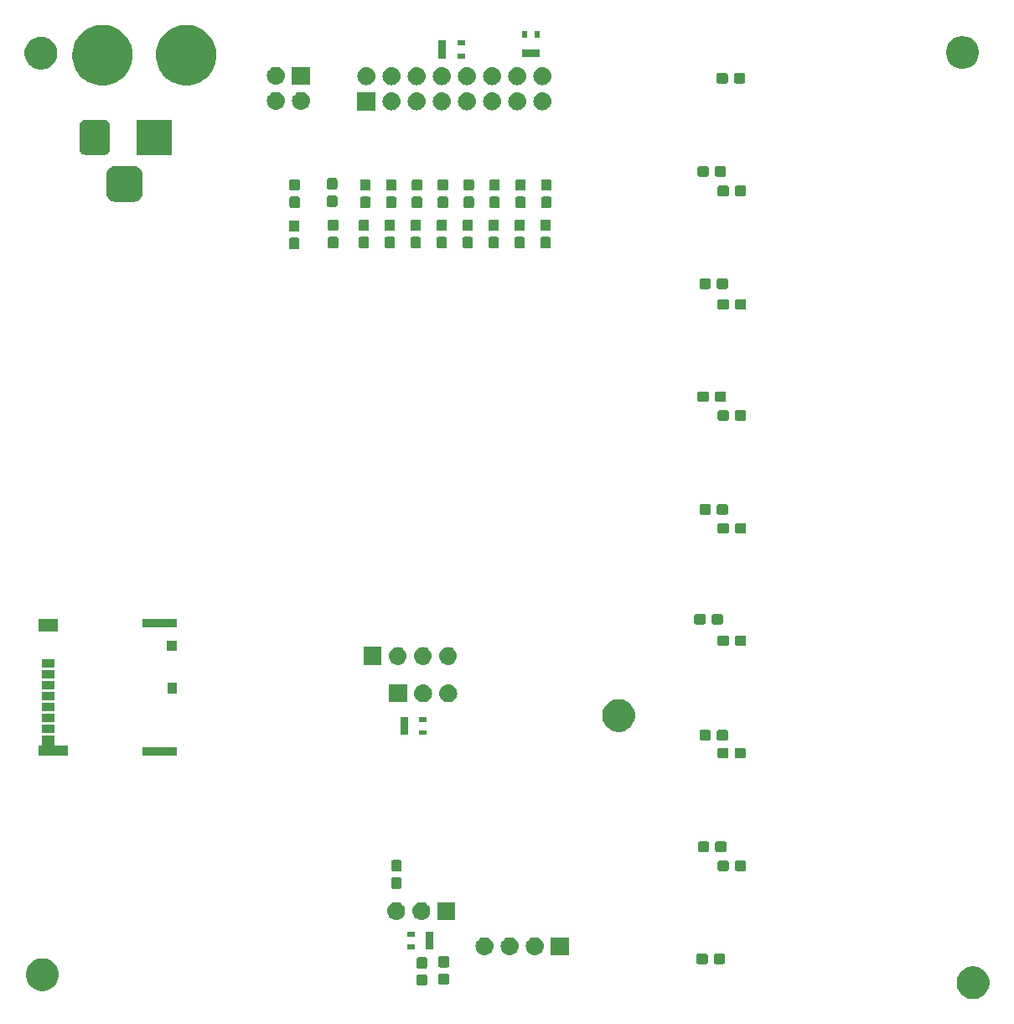
<source format=gbr>
G04 #@! TF.GenerationSoftware,KiCad,Pcbnew,(5.1.0)-1*
G04 #@! TF.CreationDate,2019-05-24T17:58:47+02:00*
G04 #@! TF.ProjectId,TiN_analog_sensor_emulation,54694e5f-616e-4616-9c6f-675f73656e73,rev?*
G04 #@! TF.SameCoordinates,Original*
G04 #@! TF.FileFunction,Soldermask,Bot*
G04 #@! TF.FilePolarity,Negative*
%FSLAX46Y46*%
G04 Gerber Fmt 4.6, Leading zero omitted, Abs format (unit mm)*
G04 Created by KiCad (PCBNEW (5.1.0)-1) date 2019-05-24 17:58:47*
%MOMM*%
%LPD*%
G04 APERTURE LIST*
%ADD10C,0.100000*%
G04 APERTURE END LIST*
D10*
G36*
X192589756Y-145584298D02*
G01*
X192696079Y-145605447D01*
X192904667Y-145691847D01*
X192964687Y-145716708D01*
X192996542Y-145729903D01*
X193266951Y-145910585D01*
X193496915Y-146140549D01*
X193677597Y-146410958D01*
X193677598Y-146410960D01*
X193688983Y-146438446D01*
X193739619Y-146560691D01*
X193802053Y-146711422D01*
X193865500Y-147030389D01*
X193865500Y-147355611D01*
X193843401Y-147466708D01*
X193802053Y-147674579D01*
X193677597Y-147975042D01*
X193496915Y-148245451D01*
X193266951Y-148475415D01*
X192996542Y-148656097D01*
X192696079Y-148780553D01*
X192589756Y-148801702D01*
X192377111Y-148844000D01*
X192051889Y-148844000D01*
X191839244Y-148801702D01*
X191732921Y-148780553D01*
X191432458Y-148656097D01*
X191162049Y-148475415D01*
X190932085Y-148245451D01*
X190751403Y-147975042D01*
X190626947Y-147674579D01*
X190585599Y-147466708D01*
X190563500Y-147355611D01*
X190563500Y-147030389D01*
X190626947Y-146711422D01*
X190689382Y-146560691D01*
X190740017Y-146438446D01*
X190751402Y-146410960D01*
X190751403Y-146410958D01*
X190932085Y-146140549D01*
X191162049Y-145910585D01*
X191432458Y-145729903D01*
X191464314Y-145716708D01*
X191524333Y-145691847D01*
X191732921Y-145605447D01*
X191839244Y-145584298D01*
X192051889Y-145542000D01*
X192377111Y-145542000D01*
X192589756Y-145584298D01*
X192589756Y-145584298D01*
G37*
G36*
X98546256Y-144758798D02*
G01*
X98652579Y-144779947D01*
X98953042Y-144904403D01*
X99223451Y-145085085D01*
X99453415Y-145315049D01*
X99625351Y-145572369D01*
X99634098Y-145585460D01*
X99660583Y-145649400D01*
X99758553Y-145885921D01*
X99822000Y-146204891D01*
X99822000Y-146530109D01*
X99758553Y-146849079D01*
X99634097Y-147149542D01*
X99453415Y-147419951D01*
X99223451Y-147649915D01*
X98953042Y-147830597D01*
X98652579Y-147955053D01*
X98552097Y-147975040D01*
X98333611Y-148018500D01*
X98008389Y-148018500D01*
X97789903Y-147975040D01*
X97689421Y-147955053D01*
X97388958Y-147830597D01*
X97118549Y-147649915D01*
X96888585Y-147419951D01*
X96707903Y-147149542D01*
X96583447Y-146849079D01*
X96520000Y-146530109D01*
X96520000Y-146204891D01*
X96583447Y-145885921D01*
X96681417Y-145649400D01*
X96707902Y-145585460D01*
X96716649Y-145572369D01*
X96888585Y-145315049D01*
X97118549Y-145085085D01*
X97388958Y-144904403D01*
X97689421Y-144779947D01*
X97795744Y-144758798D01*
X98008389Y-144716500D01*
X98333611Y-144716500D01*
X98546256Y-144758798D01*
X98546256Y-144758798D01*
G37*
G36*
X136889499Y-146353445D02*
G01*
X136926995Y-146364820D01*
X136961554Y-146383292D01*
X136991847Y-146408153D01*
X137016708Y-146438446D01*
X137035180Y-146473005D01*
X137046555Y-146510501D01*
X137051000Y-146555638D01*
X137051000Y-147294362D01*
X137046555Y-147339499D01*
X137035180Y-147376995D01*
X137016708Y-147411554D01*
X136991847Y-147441847D01*
X136961554Y-147466708D01*
X136926995Y-147485180D01*
X136889499Y-147496555D01*
X136844362Y-147501000D01*
X136205638Y-147501000D01*
X136160501Y-147496555D01*
X136123005Y-147485180D01*
X136088446Y-147466708D01*
X136058153Y-147441847D01*
X136033292Y-147411554D01*
X136014820Y-147376995D01*
X136003445Y-147339499D01*
X135999000Y-147294362D01*
X135999000Y-146555638D01*
X136003445Y-146510501D01*
X136014820Y-146473005D01*
X136033292Y-146438446D01*
X136058153Y-146408153D01*
X136088446Y-146383292D01*
X136123005Y-146364820D01*
X136160501Y-146353445D01*
X136205638Y-146349000D01*
X136844362Y-146349000D01*
X136889499Y-146353445D01*
X136889499Y-146353445D01*
G37*
G36*
X139099299Y-146251845D02*
G01*
X139136795Y-146263220D01*
X139171354Y-146281692D01*
X139201647Y-146306553D01*
X139226508Y-146336846D01*
X139244980Y-146371405D01*
X139256355Y-146408901D01*
X139260800Y-146454038D01*
X139260800Y-147192762D01*
X139256355Y-147237899D01*
X139244980Y-147275395D01*
X139226508Y-147309954D01*
X139201647Y-147340247D01*
X139171354Y-147365108D01*
X139136795Y-147383580D01*
X139099299Y-147394955D01*
X139054162Y-147399400D01*
X138415438Y-147399400D01*
X138370301Y-147394955D01*
X138332805Y-147383580D01*
X138298246Y-147365108D01*
X138267953Y-147340247D01*
X138243092Y-147309954D01*
X138224620Y-147275395D01*
X138213245Y-147237899D01*
X138208800Y-147192762D01*
X138208800Y-146454038D01*
X138213245Y-146408901D01*
X138224620Y-146371405D01*
X138243092Y-146336846D01*
X138267953Y-146306553D01*
X138298246Y-146281692D01*
X138332805Y-146263220D01*
X138370301Y-146251845D01*
X138415438Y-146247400D01*
X139054162Y-146247400D01*
X139099299Y-146251845D01*
X139099299Y-146251845D01*
G37*
G36*
X136889499Y-144603445D02*
G01*
X136926995Y-144614820D01*
X136961554Y-144633292D01*
X136991847Y-144658153D01*
X137016708Y-144688446D01*
X137035180Y-144723005D01*
X137046555Y-144760501D01*
X137051000Y-144805638D01*
X137051000Y-145544362D01*
X137046555Y-145589499D01*
X137035180Y-145626995D01*
X137016708Y-145661554D01*
X136991847Y-145691847D01*
X136961554Y-145716708D01*
X136926995Y-145735180D01*
X136889499Y-145746555D01*
X136844362Y-145751000D01*
X136205638Y-145751000D01*
X136160501Y-145746555D01*
X136123005Y-145735180D01*
X136088446Y-145716708D01*
X136058153Y-145691847D01*
X136033292Y-145661554D01*
X136014820Y-145626995D01*
X136003445Y-145589499D01*
X135999000Y-145544362D01*
X135999000Y-144805638D01*
X136003445Y-144760501D01*
X136014820Y-144723005D01*
X136033292Y-144688446D01*
X136058153Y-144658153D01*
X136088446Y-144633292D01*
X136123005Y-144614820D01*
X136160501Y-144603445D01*
X136205638Y-144599000D01*
X136844362Y-144599000D01*
X136889499Y-144603445D01*
X136889499Y-144603445D01*
G37*
G36*
X139099299Y-144501845D02*
G01*
X139136795Y-144513220D01*
X139171354Y-144531692D01*
X139201647Y-144556553D01*
X139226508Y-144586846D01*
X139244980Y-144621405D01*
X139256355Y-144658901D01*
X139260800Y-144704038D01*
X139260800Y-145442762D01*
X139256355Y-145487899D01*
X139244980Y-145525395D01*
X139226508Y-145559954D01*
X139201647Y-145590247D01*
X139171354Y-145615108D01*
X139136795Y-145633580D01*
X139099299Y-145644955D01*
X139054162Y-145649400D01*
X138415438Y-145649400D01*
X138370301Y-145644955D01*
X138332805Y-145633580D01*
X138298246Y-145615108D01*
X138267953Y-145590247D01*
X138243092Y-145559954D01*
X138224620Y-145525395D01*
X138213245Y-145487899D01*
X138208800Y-145442762D01*
X138208800Y-144704038D01*
X138213245Y-144658901D01*
X138224620Y-144621405D01*
X138243092Y-144586846D01*
X138267953Y-144556553D01*
X138298246Y-144531692D01*
X138332805Y-144513220D01*
X138370301Y-144501845D01*
X138415438Y-144497400D01*
X139054162Y-144497400D01*
X139099299Y-144501845D01*
X139099299Y-144501845D01*
G37*
G36*
X166999099Y-144258445D02*
G01*
X167036595Y-144269820D01*
X167071154Y-144288292D01*
X167101447Y-144313153D01*
X167126308Y-144343446D01*
X167144780Y-144378005D01*
X167156155Y-144415501D01*
X167160600Y-144460638D01*
X167160600Y-145099362D01*
X167156155Y-145144499D01*
X167144780Y-145181995D01*
X167126308Y-145216554D01*
X167101447Y-145246847D01*
X167071154Y-145271708D01*
X167036595Y-145290180D01*
X166999099Y-145301555D01*
X166953962Y-145306000D01*
X166215238Y-145306000D01*
X166170101Y-145301555D01*
X166132605Y-145290180D01*
X166098046Y-145271708D01*
X166067753Y-145246847D01*
X166042892Y-145216554D01*
X166024420Y-145181995D01*
X166013045Y-145144499D01*
X166008600Y-145099362D01*
X166008600Y-144460638D01*
X166013045Y-144415501D01*
X166024420Y-144378005D01*
X166042892Y-144343446D01*
X166067753Y-144313153D01*
X166098046Y-144288292D01*
X166132605Y-144269820D01*
X166170101Y-144258445D01*
X166215238Y-144254000D01*
X166953962Y-144254000D01*
X166999099Y-144258445D01*
X166999099Y-144258445D01*
G37*
G36*
X165249099Y-144258445D02*
G01*
X165286595Y-144269820D01*
X165321154Y-144288292D01*
X165351447Y-144313153D01*
X165376308Y-144343446D01*
X165394780Y-144378005D01*
X165406155Y-144415501D01*
X165410600Y-144460638D01*
X165410600Y-145099362D01*
X165406155Y-145144499D01*
X165394780Y-145181995D01*
X165376308Y-145216554D01*
X165351447Y-145246847D01*
X165321154Y-145271708D01*
X165286595Y-145290180D01*
X165249099Y-145301555D01*
X165203962Y-145306000D01*
X164465238Y-145306000D01*
X164420101Y-145301555D01*
X164382605Y-145290180D01*
X164348046Y-145271708D01*
X164317753Y-145246847D01*
X164292892Y-145216554D01*
X164274420Y-145181995D01*
X164263045Y-145144499D01*
X164258600Y-145099362D01*
X164258600Y-144460638D01*
X164263045Y-144415501D01*
X164274420Y-144378005D01*
X164292892Y-144343446D01*
X164317753Y-144313153D01*
X164348046Y-144288292D01*
X164382605Y-144269820D01*
X164420101Y-144258445D01*
X164465238Y-144254000D01*
X165203962Y-144254000D01*
X165249099Y-144258445D01*
X165249099Y-144258445D01*
G37*
G36*
X151370600Y-144411000D02*
G01*
X149568600Y-144411000D01*
X149568600Y-142609000D01*
X151370600Y-142609000D01*
X151370600Y-144411000D01*
X151370600Y-144411000D01*
G37*
G36*
X148040042Y-142615518D02*
G01*
X148106227Y-142622037D01*
X148276066Y-142673557D01*
X148432591Y-142757222D01*
X148468329Y-142786552D01*
X148569786Y-142869814D01*
X148653048Y-142971271D01*
X148682378Y-143007009D01*
X148766043Y-143163534D01*
X148817563Y-143333373D01*
X148834959Y-143510000D01*
X148817563Y-143686627D01*
X148766043Y-143856466D01*
X148682378Y-144012991D01*
X148653048Y-144048729D01*
X148569786Y-144150186D01*
X148468329Y-144233448D01*
X148432591Y-144262778D01*
X148276066Y-144346443D01*
X148106227Y-144397963D01*
X148040043Y-144404481D01*
X147973860Y-144411000D01*
X147885340Y-144411000D01*
X147819157Y-144404481D01*
X147752973Y-144397963D01*
X147583134Y-144346443D01*
X147426609Y-144262778D01*
X147390871Y-144233448D01*
X147289414Y-144150186D01*
X147206152Y-144048729D01*
X147176822Y-144012991D01*
X147093157Y-143856466D01*
X147041637Y-143686627D01*
X147024241Y-143510000D01*
X147041637Y-143333373D01*
X147093157Y-143163534D01*
X147176822Y-143007009D01*
X147206152Y-142971271D01*
X147289414Y-142869814D01*
X147390871Y-142786552D01*
X147426609Y-142757222D01*
X147583134Y-142673557D01*
X147752973Y-142622037D01*
X147819158Y-142615518D01*
X147885340Y-142609000D01*
X147973860Y-142609000D01*
X148040042Y-142615518D01*
X148040042Y-142615518D01*
G37*
G36*
X145500042Y-142615518D02*
G01*
X145566227Y-142622037D01*
X145736066Y-142673557D01*
X145892591Y-142757222D01*
X145928329Y-142786552D01*
X146029786Y-142869814D01*
X146113048Y-142971271D01*
X146142378Y-143007009D01*
X146226043Y-143163534D01*
X146277563Y-143333373D01*
X146294959Y-143510000D01*
X146277563Y-143686627D01*
X146226043Y-143856466D01*
X146142378Y-144012991D01*
X146113048Y-144048729D01*
X146029786Y-144150186D01*
X145928329Y-144233448D01*
X145892591Y-144262778D01*
X145736066Y-144346443D01*
X145566227Y-144397963D01*
X145500043Y-144404481D01*
X145433860Y-144411000D01*
X145345340Y-144411000D01*
X145279157Y-144404481D01*
X145212973Y-144397963D01*
X145043134Y-144346443D01*
X144886609Y-144262778D01*
X144850871Y-144233448D01*
X144749414Y-144150186D01*
X144666152Y-144048729D01*
X144636822Y-144012991D01*
X144553157Y-143856466D01*
X144501637Y-143686627D01*
X144484241Y-143510000D01*
X144501637Y-143333373D01*
X144553157Y-143163534D01*
X144636822Y-143007009D01*
X144666152Y-142971271D01*
X144749414Y-142869814D01*
X144850871Y-142786552D01*
X144886609Y-142757222D01*
X145043134Y-142673557D01*
X145212973Y-142622037D01*
X145279158Y-142615518D01*
X145345340Y-142609000D01*
X145433860Y-142609000D01*
X145500042Y-142615518D01*
X145500042Y-142615518D01*
G37*
G36*
X142960042Y-142615518D02*
G01*
X143026227Y-142622037D01*
X143196066Y-142673557D01*
X143352591Y-142757222D01*
X143388329Y-142786552D01*
X143489786Y-142869814D01*
X143573048Y-142971271D01*
X143602378Y-143007009D01*
X143686043Y-143163534D01*
X143737563Y-143333373D01*
X143754959Y-143510000D01*
X143737563Y-143686627D01*
X143686043Y-143856466D01*
X143602378Y-144012991D01*
X143573048Y-144048729D01*
X143489786Y-144150186D01*
X143388329Y-144233448D01*
X143352591Y-144262778D01*
X143196066Y-144346443D01*
X143026227Y-144397963D01*
X142960043Y-144404481D01*
X142893860Y-144411000D01*
X142805340Y-144411000D01*
X142739157Y-144404481D01*
X142672973Y-144397963D01*
X142503134Y-144346443D01*
X142346609Y-144262778D01*
X142310871Y-144233448D01*
X142209414Y-144150186D01*
X142126152Y-144048729D01*
X142096822Y-144012991D01*
X142013157Y-143856466D01*
X141961637Y-143686627D01*
X141944241Y-143510000D01*
X141961637Y-143333373D01*
X142013157Y-143163534D01*
X142096822Y-143007009D01*
X142126152Y-142971271D01*
X142209414Y-142869814D01*
X142310871Y-142786552D01*
X142346609Y-142757222D01*
X142503134Y-142673557D01*
X142672973Y-142622037D01*
X142739158Y-142615518D01*
X142805340Y-142609000D01*
X142893860Y-142609000D01*
X142960042Y-142615518D01*
X142960042Y-142615518D01*
G37*
G36*
X135773200Y-143852200D02*
G01*
X135021200Y-143852200D01*
X135021200Y-143350200D01*
X135773200Y-143350200D01*
X135773200Y-143852200D01*
X135773200Y-143852200D01*
G37*
G36*
X137673200Y-143852200D02*
G01*
X136921200Y-143852200D01*
X136921200Y-142050200D01*
X137673200Y-142050200D01*
X137673200Y-143852200D01*
X137673200Y-143852200D01*
G37*
G36*
X135773200Y-142552200D02*
G01*
X135021200Y-142552200D01*
X135021200Y-142050200D01*
X135773200Y-142050200D01*
X135773200Y-142552200D01*
X135773200Y-142552200D01*
G37*
G36*
X139902500Y-140855000D02*
G01*
X138100500Y-140855000D01*
X138100500Y-139053000D01*
X139902500Y-139053000D01*
X139902500Y-140855000D01*
X139902500Y-140855000D01*
G37*
G36*
X136571942Y-139059518D02*
G01*
X136638127Y-139066037D01*
X136807966Y-139117557D01*
X136964491Y-139201222D01*
X137000229Y-139230552D01*
X137101686Y-139313814D01*
X137184948Y-139415271D01*
X137214278Y-139451009D01*
X137297943Y-139607534D01*
X137349463Y-139777373D01*
X137366859Y-139954000D01*
X137349463Y-140130627D01*
X137297943Y-140300466D01*
X137214278Y-140456991D01*
X137184948Y-140492729D01*
X137101686Y-140594186D01*
X137000229Y-140677448D01*
X136964491Y-140706778D01*
X136807966Y-140790443D01*
X136638127Y-140841963D01*
X136571943Y-140848481D01*
X136505760Y-140855000D01*
X136417240Y-140855000D01*
X136351057Y-140848481D01*
X136284873Y-140841963D01*
X136115034Y-140790443D01*
X135958509Y-140706778D01*
X135922771Y-140677448D01*
X135821314Y-140594186D01*
X135738052Y-140492729D01*
X135708722Y-140456991D01*
X135625057Y-140300466D01*
X135573537Y-140130627D01*
X135556141Y-139954000D01*
X135573537Y-139777373D01*
X135625057Y-139607534D01*
X135708722Y-139451009D01*
X135738052Y-139415271D01*
X135821314Y-139313814D01*
X135922771Y-139230552D01*
X135958509Y-139201222D01*
X136115034Y-139117557D01*
X136284873Y-139066037D01*
X136351058Y-139059518D01*
X136417240Y-139053000D01*
X136505760Y-139053000D01*
X136571942Y-139059518D01*
X136571942Y-139059518D01*
G37*
G36*
X134031942Y-139059518D02*
G01*
X134098127Y-139066037D01*
X134267966Y-139117557D01*
X134424491Y-139201222D01*
X134460229Y-139230552D01*
X134561686Y-139313814D01*
X134644948Y-139415271D01*
X134674278Y-139451009D01*
X134757943Y-139607534D01*
X134809463Y-139777373D01*
X134826859Y-139954000D01*
X134809463Y-140130627D01*
X134757943Y-140300466D01*
X134674278Y-140456991D01*
X134644948Y-140492729D01*
X134561686Y-140594186D01*
X134460229Y-140677448D01*
X134424491Y-140706778D01*
X134267966Y-140790443D01*
X134098127Y-140841963D01*
X134031943Y-140848481D01*
X133965760Y-140855000D01*
X133877240Y-140855000D01*
X133811057Y-140848481D01*
X133744873Y-140841963D01*
X133575034Y-140790443D01*
X133418509Y-140706778D01*
X133382771Y-140677448D01*
X133281314Y-140594186D01*
X133198052Y-140492729D01*
X133168722Y-140456991D01*
X133085057Y-140300466D01*
X133033537Y-140130627D01*
X133016141Y-139954000D01*
X133033537Y-139777373D01*
X133085057Y-139607534D01*
X133168722Y-139451009D01*
X133198052Y-139415271D01*
X133281314Y-139313814D01*
X133382771Y-139230552D01*
X133418509Y-139201222D01*
X133575034Y-139117557D01*
X133744873Y-139066037D01*
X133811058Y-139059518D01*
X133877240Y-139053000D01*
X133965760Y-139053000D01*
X134031942Y-139059518D01*
X134031942Y-139059518D01*
G37*
G36*
X134324099Y-136549045D02*
G01*
X134361595Y-136560420D01*
X134396154Y-136578892D01*
X134426447Y-136603753D01*
X134451308Y-136634046D01*
X134469780Y-136668605D01*
X134481155Y-136706101D01*
X134485600Y-136751238D01*
X134485600Y-137489962D01*
X134481155Y-137535099D01*
X134469780Y-137572595D01*
X134451308Y-137607154D01*
X134426447Y-137637447D01*
X134396154Y-137662308D01*
X134361595Y-137680780D01*
X134324099Y-137692155D01*
X134278962Y-137696600D01*
X133640238Y-137696600D01*
X133595101Y-137692155D01*
X133557605Y-137680780D01*
X133523046Y-137662308D01*
X133492753Y-137637447D01*
X133467892Y-137607154D01*
X133449420Y-137572595D01*
X133438045Y-137535099D01*
X133433600Y-137489962D01*
X133433600Y-136751238D01*
X133438045Y-136706101D01*
X133449420Y-136668605D01*
X133467892Y-136634046D01*
X133492753Y-136603753D01*
X133523046Y-136578892D01*
X133557605Y-136560420D01*
X133595101Y-136549045D01*
X133640238Y-136544600D01*
X134278962Y-136544600D01*
X134324099Y-136549045D01*
X134324099Y-136549045D01*
G37*
G36*
X134324099Y-134799045D02*
G01*
X134361595Y-134810420D01*
X134396154Y-134828892D01*
X134426447Y-134853753D01*
X134451308Y-134884046D01*
X134469780Y-134918605D01*
X134481155Y-134956101D01*
X134485600Y-135001238D01*
X134485600Y-135739962D01*
X134481155Y-135785099D01*
X134469780Y-135822595D01*
X134451308Y-135857154D01*
X134426447Y-135887447D01*
X134396154Y-135912308D01*
X134361595Y-135930780D01*
X134324099Y-135942155D01*
X134278962Y-135946600D01*
X133640238Y-135946600D01*
X133595101Y-135942155D01*
X133557605Y-135930780D01*
X133523046Y-135912308D01*
X133492753Y-135887447D01*
X133467892Y-135857154D01*
X133449420Y-135822595D01*
X133438045Y-135785099D01*
X133433600Y-135739962D01*
X133433600Y-135001238D01*
X133438045Y-134956101D01*
X133449420Y-134918605D01*
X133467892Y-134884046D01*
X133492753Y-134853753D01*
X133523046Y-134828892D01*
X133557605Y-134810420D01*
X133595101Y-134799045D01*
X133640238Y-134794600D01*
X134278962Y-134794600D01*
X134324099Y-134799045D01*
X134324099Y-134799045D01*
G37*
G36*
X169132699Y-134860445D02*
G01*
X169170195Y-134871820D01*
X169204754Y-134890292D01*
X169235047Y-134915153D01*
X169259908Y-134945446D01*
X169278380Y-134980005D01*
X169289755Y-135017501D01*
X169294200Y-135062638D01*
X169294200Y-135701362D01*
X169289755Y-135746499D01*
X169278380Y-135783995D01*
X169259908Y-135818554D01*
X169235047Y-135848847D01*
X169204754Y-135873708D01*
X169170195Y-135892180D01*
X169132699Y-135903555D01*
X169087562Y-135908000D01*
X168348838Y-135908000D01*
X168303701Y-135903555D01*
X168266205Y-135892180D01*
X168231646Y-135873708D01*
X168201353Y-135848847D01*
X168176492Y-135818554D01*
X168158020Y-135783995D01*
X168146645Y-135746499D01*
X168142200Y-135701362D01*
X168142200Y-135062638D01*
X168146645Y-135017501D01*
X168158020Y-134980005D01*
X168176492Y-134945446D01*
X168201353Y-134915153D01*
X168231646Y-134890292D01*
X168266205Y-134871820D01*
X168303701Y-134860445D01*
X168348838Y-134856000D01*
X169087562Y-134856000D01*
X169132699Y-134860445D01*
X169132699Y-134860445D01*
G37*
G36*
X167382699Y-134860445D02*
G01*
X167420195Y-134871820D01*
X167454754Y-134890292D01*
X167485047Y-134915153D01*
X167509908Y-134945446D01*
X167528380Y-134980005D01*
X167539755Y-135017501D01*
X167544200Y-135062638D01*
X167544200Y-135701362D01*
X167539755Y-135746499D01*
X167528380Y-135783995D01*
X167509908Y-135818554D01*
X167485047Y-135848847D01*
X167454754Y-135873708D01*
X167420195Y-135892180D01*
X167382699Y-135903555D01*
X167337562Y-135908000D01*
X166598838Y-135908000D01*
X166553701Y-135903555D01*
X166516205Y-135892180D01*
X166481646Y-135873708D01*
X166451353Y-135848847D01*
X166426492Y-135818554D01*
X166408020Y-135783995D01*
X166396645Y-135746499D01*
X166392200Y-135701362D01*
X166392200Y-135062638D01*
X166396645Y-135017501D01*
X166408020Y-134980005D01*
X166426492Y-134945446D01*
X166451353Y-134915153D01*
X166481646Y-134890292D01*
X166516205Y-134871820D01*
X166553701Y-134860445D01*
X166598838Y-134856000D01*
X167337562Y-134856000D01*
X167382699Y-134860445D01*
X167382699Y-134860445D01*
G37*
G36*
X167151499Y-132930045D02*
G01*
X167188995Y-132941420D01*
X167223554Y-132959892D01*
X167253847Y-132984753D01*
X167278708Y-133015046D01*
X167297180Y-133049605D01*
X167308555Y-133087101D01*
X167313000Y-133132238D01*
X167313000Y-133770962D01*
X167308555Y-133816099D01*
X167297180Y-133853595D01*
X167278708Y-133888154D01*
X167253847Y-133918447D01*
X167223554Y-133943308D01*
X167188995Y-133961780D01*
X167151499Y-133973155D01*
X167106362Y-133977600D01*
X166367638Y-133977600D01*
X166322501Y-133973155D01*
X166285005Y-133961780D01*
X166250446Y-133943308D01*
X166220153Y-133918447D01*
X166195292Y-133888154D01*
X166176820Y-133853595D01*
X166165445Y-133816099D01*
X166161000Y-133770962D01*
X166161000Y-133132238D01*
X166165445Y-133087101D01*
X166176820Y-133049605D01*
X166195292Y-133015046D01*
X166220153Y-132984753D01*
X166250446Y-132959892D01*
X166285005Y-132941420D01*
X166322501Y-132930045D01*
X166367638Y-132925600D01*
X167106362Y-132925600D01*
X167151499Y-132930045D01*
X167151499Y-132930045D01*
G37*
G36*
X165401499Y-132930045D02*
G01*
X165438995Y-132941420D01*
X165473554Y-132959892D01*
X165503847Y-132984753D01*
X165528708Y-133015046D01*
X165547180Y-133049605D01*
X165558555Y-133087101D01*
X165563000Y-133132238D01*
X165563000Y-133770962D01*
X165558555Y-133816099D01*
X165547180Y-133853595D01*
X165528708Y-133888154D01*
X165503847Y-133918447D01*
X165473554Y-133943308D01*
X165438995Y-133961780D01*
X165401499Y-133973155D01*
X165356362Y-133977600D01*
X164617638Y-133977600D01*
X164572501Y-133973155D01*
X164535005Y-133961780D01*
X164500446Y-133943308D01*
X164470153Y-133918447D01*
X164445292Y-133888154D01*
X164426820Y-133853595D01*
X164415445Y-133816099D01*
X164411000Y-133770962D01*
X164411000Y-133132238D01*
X164415445Y-133087101D01*
X164426820Y-133049605D01*
X164445292Y-133015046D01*
X164470153Y-132984753D01*
X164500446Y-132959892D01*
X164535005Y-132941420D01*
X164572501Y-132930045D01*
X164617638Y-132925600D01*
X165356362Y-132925600D01*
X165401499Y-132930045D01*
X165401499Y-132930045D01*
G37*
G36*
X169105999Y-123481245D02*
G01*
X169143495Y-123492620D01*
X169178054Y-123511092D01*
X169208347Y-123535953D01*
X169233208Y-123566246D01*
X169251680Y-123600805D01*
X169263055Y-123638301D01*
X169267500Y-123683438D01*
X169267500Y-124322162D01*
X169263055Y-124367299D01*
X169251680Y-124404795D01*
X169233208Y-124439354D01*
X169208347Y-124469647D01*
X169178054Y-124494508D01*
X169143495Y-124512980D01*
X169105999Y-124524355D01*
X169060862Y-124528800D01*
X168322138Y-124528800D01*
X168277001Y-124524355D01*
X168239505Y-124512980D01*
X168204946Y-124494508D01*
X168174653Y-124469647D01*
X168149792Y-124439354D01*
X168131320Y-124404795D01*
X168119945Y-124367299D01*
X168115500Y-124322162D01*
X168115500Y-123683438D01*
X168119945Y-123638301D01*
X168131320Y-123600805D01*
X168149792Y-123566246D01*
X168174653Y-123535953D01*
X168204946Y-123511092D01*
X168239505Y-123492620D01*
X168277001Y-123481245D01*
X168322138Y-123476800D01*
X169060862Y-123476800D01*
X169105999Y-123481245D01*
X169105999Y-123481245D01*
G37*
G36*
X167355999Y-123481245D02*
G01*
X167393495Y-123492620D01*
X167428054Y-123511092D01*
X167458347Y-123535953D01*
X167483208Y-123566246D01*
X167501680Y-123600805D01*
X167513055Y-123638301D01*
X167517500Y-123683438D01*
X167517500Y-124322162D01*
X167513055Y-124367299D01*
X167501680Y-124404795D01*
X167483208Y-124439354D01*
X167458347Y-124469647D01*
X167428054Y-124494508D01*
X167393495Y-124512980D01*
X167355999Y-124524355D01*
X167310862Y-124528800D01*
X166572138Y-124528800D01*
X166527001Y-124524355D01*
X166489505Y-124512980D01*
X166454946Y-124494508D01*
X166424653Y-124469647D01*
X166399792Y-124439354D01*
X166381320Y-124404795D01*
X166369945Y-124367299D01*
X166365500Y-124322162D01*
X166365500Y-123683438D01*
X166369945Y-123638301D01*
X166381320Y-123600805D01*
X166399792Y-123566246D01*
X166424653Y-123535953D01*
X166454946Y-123511092D01*
X166489505Y-123492620D01*
X166527001Y-123481245D01*
X166572138Y-123476800D01*
X167310862Y-123476800D01*
X167355999Y-123481245D01*
X167355999Y-123481245D01*
G37*
G36*
X99370000Y-123142001D02*
G01*
X99372402Y-123166387D01*
X99379515Y-123189836D01*
X99391066Y-123211447D01*
X99406611Y-123230389D01*
X99425553Y-123245934D01*
X99447164Y-123257485D01*
X99470613Y-123264598D01*
X99494999Y-123267000D01*
X100720000Y-123267000D01*
X100720000Y-124229000D01*
X97818000Y-124229000D01*
X97818000Y-123267000D01*
X98043001Y-123267000D01*
X98067387Y-123264598D01*
X98090836Y-123257485D01*
X98112447Y-123245934D01*
X98131389Y-123230389D01*
X98146934Y-123211447D01*
X98158485Y-123189836D01*
X98165598Y-123166387D01*
X98168000Y-123142001D01*
X98168000Y-122267000D01*
X99370000Y-122267000D01*
X99370000Y-123142001D01*
X99370000Y-123142001D01*
G37*
G36*
X111750000Y-124229000D02*
G01*
X108318000Y-124229000D01*
X108318000Y-123427000D01*
X111750000Y-123427000D01*
X111750000Y-124229000D01*
X111750000Y-124229000D01*
G37*
G36*
X167303899Y-121674215D02*
G01*
X167341395Y-121685590D01*
X167375954Y-121704062D01*
X167406247Y-121728923D01*
X167431108Y-121759216D01*
X167449580Y-121793775D01*
X167460955Y-121831271D01*
X167465400Y-121876408D01*
X167465400Y-122515132D01*
X167460955Y-122560269D01*
X167449580Y-122597765D01*
X167431108Y-122632324D01*
X167406247Y-122662617D01*
X167375954Y-122687478D01*
X167341395Y-122705950D01*
X167303899Y-122717325D01*
X167258762Y-122721770D01*
X166520038Y-122721770D01*
X166474901Y-122717325D01*
X166437405Y-122705950D01*
X166402846Y-122687478D01*
X166372553Y-122662617D01*
X166347692Y-122632324D01*
X166329220Y-122597765D01*
X166317845Y-122560269D01*
X166313400Y-122515132D01*
X166313400Y-121876408D01*
X166317845Y-121831271D01*
X166329220Y-121793775D01*
X166347692Y-121759216D01*
X166372553Y-121728923D01*
X166402846Y-121704062D01*
X166437405Y-121685590D01*
X166474901Y-121674215D01*
X166520038Y-121669770D01*
X167258762Y-121669770D01*
X167303899Y-121674215D01*
X167303899Y-121674215D01*
G37*
G36*
X165553899Y-121674215D02*
G01*
X165591395Y-121685590D01*
X165625954Y-121704062D01*
X165656247Y-121728923D01*
X165681108Y-121759216D01*
X165699580Y-121793775D01*
X165710955Y-121831271D01*
X165715400Y-121876408D01*
X165715400Y-122515132D01*
X165710955Y-122560269D01*
X165699580Y-122597765D01*
X165681108Y-122632324D01*
X165656247Y-122662617D01*
X165625954Y-122687478D01*
X165591395Y-122705950D01*
X165553899Y-122717325D01*
X165508762Y-122721770D01*
X164770038Y-122721770D01*
X164724901Y-122717325D01*
X164687405Y-122705950D01*
X164652846Y-122687478D01*
X164622553Y-122662617D01*
X164597692Y-122632324D01*
X164579220Y-122597765D01*
X164567845Y-122560269D01*
X164563400Y-122515132D01*
X164563400Y-121876408D01*
X164567845Y-121831271D01*
X164579220Y-121793775D01*
X164597692Y-121759216D01*
X164622553Y-121728923D01*
X164652846Y-121704062D01*
X164687405Y-121685590D01*
X164724901Y-121674215D01*
X164770038Y-121669770D01*
X165508762Y-121669770D01*
X165553899Y-121674215D01*
X165553899Y-121674215D01*
G37*
G36*
X137025500Y-122186000D02*
G01*
X136273500Y-122186000D01*
X136273500Y-121684000D01*
X137025500Y-121684000D01*
X137025500Y-122186000D01*
X137025500Y-122186000D01*
G37*
G36*
X135125500Y-122186000D02*
G01*
X134373500Y-122186000D01*
X134373500Y-120384000D01*
X135125500Y-120384000D01*
X135125500Y-122186000D01*
X135125500Y-122186000D01*
G37*
G36*
X99370000Y-121969000D02*
G01*
X98168000Y-121969000D01*
X98168000Y-121167000D01*
X99370000Y-121167000D01*
X99370000Y-121969000D01*
X99370000Y-121969000D01*
G37*
G36*
X156775756Y-118596798D02*
G01*
X156882079Y-118617947D01*
X157094537Y-118705950D01*
X157166551Y-118735779D01*
X157182542Y-118742403D01*
X157452951Y-118923085D01*
X157682915Y-119153049D01*
X157863597Y-119423458D01*
X157988053Y-119723921D01*
X158051500Y-120042891D01*
X158051500Y-120368109D01*
X157988053Y-120687079D01*
X157863597Y-120987542D01*
X157682915Y-121257951D01*
X157452951Y-121487915D01*
X157182542Y-121668597D01*
X157182541Y-121668598D01*
X157182540Y-121668598D01*
X157131378Y-121689790D01*
X156882079Y-121793053D01*
X156775756Y-121814202D01*
X156563111Y-121856500D01*
X156237889Y-121856500D01*
X156025244Y-121814202D01*
X155918921Y-121793053D01*
X155669622Y-121689790D01*
X155618460Y-121668598D01*
X155618459Y-121668598D01*
X155618458Y-121668597D01*
X155348049Y-121487915D01*
X155118085Y-121257951D01*
X154937403Y-120987542D01*
X154812947Y-120687079D01*
X154749500Y-120368109D01*
X154749500Y-120042891D01*
X154812947Y-119723921D01*
X154937403Y-119423458D01*
X155118085Y-119153049D01*
X155348049Y-118923085D01*
X155618458Y-118742403D01*
X155634450Y-118735779D01*
X155706463Y-118705950D01*
X155918921Y-118617947D01*
X156025244Y-118596798D01*
X156237889Y-118554500D01*
X156563111Y-118554500D01*
X156775756Y-118596798D01*
X156775756Y-118596798D01*
G37*
G36*
X137025500Y-120886000D02*
G01*
X136273500Y-120886000D01*
X136273500Y-120384000D01*
X137025500Y-120384000D01*
X137025500Y-120886000D01*
X137025500Y-120886000D01*
G37*
G36*
X99370000Y-120869000D02*
G01*
X98168000Y-120869000D01*
X98168000Y-120067000D01*
X99370000Y-120067000D01*
X99370000Y-120869000D01*
X99370000Y-120869000D01*
G37*
G36*
X99370000Y-119769000D02*
G01*
X98168000Y-119769000D01*
X98168000Y-118967000D01*
X99370000Y-118967000D01*
X99370000Y-119769000D01*
X99370000Y-119769000D01*
G37*
G36*
X139302442Y-117088518D02*
G01*
X139368627Y-117095037D01*
X139538466Y-117146557D01*
X139694991Y-117230222D01*
X139730729Y-117259552D01*
X139832186Y-117342814D01*
X139915448Y-117444271D01*
X139944778Y-117480009D01*
X140028443Y-117636534D01*
X140079963Y-117806373D01*
X140097359Y-117983000D01*
X140079963Y-118159627D01*
X140028443Y-118329466D01*
X139944778Y-118485991D01*
X139915448Y-118521729D01*
X139832186Y-118623186D01*
X139730729Y-118706448D01*
X139694991Y-118735778D01*
X139538466Y-118819443D01*
X139368627Y-118870963D01*
X139302442Y-118877482D01*
X139236260Y-118884000D01*
X139147740Y-118884000D01*
X139081558Y-118877482D01*
X139015373Y-118870963D01*
X138845534Y-118819443D01*
X138689009Y-118735778D01*
X138653271Y-118706448D01*
X138551814Y-118623186D01*
X138468552Y-118521729D01*
X138439222Y-118485991D01*
X138355557Y-118329466D01*
X138304037Y-118159627D01*
X138286641Y-117983000D01*
X138304037Y-117806373D01*
X138355557Y-117636534D01*
X138439222Y-117480009D01*
X138468552Y-117444271D01*
X138551814Y-117342814D01*
X138653271Y-117259552D01*
X138689009Y-117230222D01*
X138845534Y-117146557D01*
X139015373Y-117095037D01*
X139081558Y-117088518D01*
X139147740Y-117082000D01*
X139236260Y-117082000D01*
X139302442Y-117088518D01*
X139302442Y-117088518D01*
G37*
G36*
X135013000Y-118884000D02*
G01*
X133211000Y-118884000D01*
X133211000Y-117082000D01*
X135013000Y-117082000D01*
X135013000Y-118884000D01*
X135013000Y-118884000D01*
G37*
G36*
X136762442Y-117088518D02*
G01*
X136828627Y-117095037D01*
X136998466Y-117146557D01*
X137154991Y-117230222D01*
X137190729Y-117259552D01*
X137292186Y-117342814D01*
X137375448Y-117444271D01*
X137404778Y-117480009D01*
X137488443Y-117636534D01*
X137539963Y-117806373D01*
X137557359Y-117983000D01*
X137539963Y-118159627D01*
X137488443Y-118329466D01*
X137404778Y-118485991D01*
X137375448Y-118521729D01*
X137292186Y-118623186D01*
X137190729Y-118706448D01*
X137154991Y-118735778D01*
X136998466Y-118819443D01*
X136828627Y-118870963D01*
X136762442Y-118877482D01*
X136696260Y-118884000D01*
X136607740Y-118884000D01*
X136541558Y-118877482D01*
X136475373Y-118870963D01*
X136305534Y-118819443D01*
X136149009Y-118735778D01*
X136113271Y-118706448D01*
X136011814Y-118623186D01*
X135928552Y-118521729D01*
X135899222Y-118485991D01*
X135815557Y-118329466D01*
X135764037Y-118159627D01*
X135746641Y-117983000D01*
X135764037Y-117806373D01*
X135815557Y-117636534D01*
X135899222Y-117480009D01*
X135928552Y-117444271D01*
X136011814Y-117342814D01*
X136113271Y-117259552D01*
X136149009Y-117230222D01*
X136305534Y-117146557D01*
X136475373Y-117095037D01*
X136541558Y-117088518D01*
X136607740Y-117082000D01*
X136696260Y-117082000D01*
X136762442Y-117088518D01*
X136762442Y-117088518D01*
G37*
G36*
X99370000Y-118669000D02*
G01*
X98168000Y-118669000D01*
X98168000Y-117867000D01*
X99370000Y-117867000D01*
X99370000Y-118669000D01*
X99370000Y-118669000D01*
G37*
G36*
X111750000Y-118019000D02*
G01*
X110868000Y-118019000D01*
X110868000Y-116867000D01*
X111750000Y-116867000D01*
X111750000Y-118019000D01*
X111750000Y-118019000D01*
G37*
G36*
X99370000Y-117569000D02*
G01*
X98168000Y-117569000D01*
X98168000Y-116767000D01*
X99370000Y-116767000D01*
X99370000Y-117569000D01*
X99370000Y-117569000D01*
G37*
G36*
X99370000Y-116469000D02*
G01*
X98168000Y-116469000D01*
X98168000Y-115667000D01*
X99370000Y-115667000D01*
X99370000Y-116469000D01*
X99370000Y-116469000D01*
G37*
G36*
X99370000Y-115369000D02*
G01*
X98168000Y-115369000D01*
X98168000Y-114567000D01*
X99370000Y-114567000D01*
X99370000Y-115369000D01*
X99370000Y-115369000D01*
G37*
G36*
X139277043Y-113303919D02*
G01*
X139343227Y-113310437D01*
X139513066Y-113361957D01*
X139669591Y-113445622D01*
X139705329Y-113474952D01*
X139806786Y-113558214D01*
X139890048Y-113659671D01*
X139919378Y-113695409D01*
X140003043Y-113851934D01*
X140054563Y-114021773D01*
X140071959Y-114198400D01*
X140054563Y-114375027D01*
X140003043Y-114544866D01*
X139919378Y-114701391D01*
X139890048Y-114737129D01*
X139806786Y-114838586D01*
X139705329Y-114921848D01*
X139669591Y-114951178D01*
X139513066Y-115034843D01*
X139343227Y-115086363D01*
X139277043Y-115092881D01*
X139210860Y-115099400D01*
X139122340Y-115099400D01*
X139056157Y-115092881D01*
X138989973Y-115086363D01*
X138820134Y-115034843D01*
X138663609Y-114951178D01*
X138627871Y-114921848D01*
X138526414Y-114838586D01*
X138443152Y-114737129D01*
X138413822Y-114701391D01*
X138330157Y-114544866D01*
X138278637Y-114375027D01*
X138261241Y-114198400D01*
X138278637Y-114021773D01*
X138330157Y-113851934D01*
X138413822Y-113695409D01*
X138443152Y-113659671D01*
X138526414Y-113558214D01*
X138627871Y-113474952D01*
X138663609Y-113445622D01*
X138820134Y-113361957D01*
X138989973Y-113310437D01*
X139056157Y-113303919D01*
X139122340Y-113297400D01*
X139210860Y-113297400D01*
X139277043Y-113303919D01*
X139277043Y-113303919D01*
G37*
G36*
X132447600Y-115099400D02*
G01*
X130645600Y-115099400D01*
X130645600Y-113297400D01*
X132447600Y-113297400D01*
X132447600Y-115099400D01*
X132447600Y-115099400D01*
G37*
G36*
X136737043Y-113303919D02*
G01*
X136803227Y-113310437D01*
X136973066Y-113361957D01*
X137129591Y-113445622D01*
X137165329Y-113474952D01*
X137266786Y-113558214D01*
X137350048Y-113659671D01*
X137379378Y-113695409D01*
X137463043Y-113851934D01*
X137514563Y-114021773D01*
X137531959Y-114198400D01*
X137514563Y-114375027D01*
X137463043Y-114544866D01*
X137379378Y-114701391D01*
X137350048Y-114737129D01*
X137266786Y-114838586D01*
X137165329Y-114921848D01*
X137129591Y-114951178D01*
X136973066Y-115034843D01*
X136803227Y-115086363D01*
X136737043Y-115092881D01*
X136670860Y-115099400D01*
X136582340Y-115099400D01*
X136516157Y-115092881D01*
X136449973Y-115086363D01*
X136280134Y-115034843D01*
X136123609Y-114951178D01*
X136087871Y-114921848D01*
X135986414Y-114838586D01*
X135903152Y-114737129D01*
X135873822Y-114701391D01*
X135790157Y-114544866D01*
X135738637Y-114375027D01*
X135721241Y-114198400D01*
X135738637Y-114021773D01*
X135790157Y-113851934D01*
X135873822Y-113695409D01*
X135903152Y-113659671D01*
X135986414Y-113558214D01*
X136087871Y-113474952D01*
X136123609Y-113445622D01*
X136280134Y-113361957D01*
X136449973Y-113310437D01*
X136516157Y-113303919D01*
X136582340Y-113297400D01*
X136670860Y-113297400D01*
X136737043Y-113303919D01*
X136737043Y-113303919D01*
G37*
G36*
X134197043Y-113303919D02*
G01*
X134263227Y-113310437D01*
X134433066Y-113361957D01*
X134589591Y-113445622D01*
X134625329Y-113474952D01*
X134726786Y-113558214D01*
X134810048Y-113659671D01*
X134839378Y-113695409D01*
X134923043Y-113851934D01*
X134974563Y-114021773D01*
X134991959Y-114198400D01*
X134974563Y-114375027D01*
X134923043Y-114544866D01*
X134839378Y-114701391D01*
X134810048Y-114737129D01*
X134726786Y-114838586D01*
X134625329Y-114921848D01*
X134589591Y-114951178D01*
X134433066Y-115034843D01*
X134263227Y-115086363D01*
X134197043Y-115092881D01*
X134130860Y-115099400D01*
X134042340Y-115099400D01*
X133976157Y-115092881D01*
X133909973Y-115086363D01*
X133740134Y-115034843D01*
X133583609Y-114951178D01*
X133547871Y-114921848D01*
X133446414Y-114838586D01*
X133363152Y-114737129D01*
X133333822Y-114701391D01*
X133250157Y-114544866D01*
X133198637Y-114375027D01*
X133181241Y-114198400D01*
X133198637Y-114021773D01*
X133250157Y-113851934D01*
X133333822Y-113695409D01*
X133363152Y-113659671D01*
X133446414Y-113558214D01*
X133547871Y-113474952D01*
X133583609Y-113445622D01*
X133740134Y-113361957D01*
X133909973Y-113310437D01*
X133976157Y-113303919D01*
X134042340Y-113297400D01*
X134130860Y-113297400D01*
X134197043Y-113303919D01*
X134197043Y-113303919D01*
G37*
G36*
X111750000Y-113679000D02*
G01*
X110718000Y-113679000D01*
X110718000Y-112677000D01*
X111750000Y-112677000D01*
X111750000Y-113679000D01*
X111750000Y-113679000D01*
G37*
G36*
X167382699Y-112127445D02*
G01*
X167420195Y-112138820D01*
X167454754Y-112157292D01*
X167485047Y-112182153D01*
X167509908Y-112212446D01*
X167528380Y-112247005D01*
X167539755Y-112284501D01*
X167544200Y-112329638D01*
X167544200Y-112968362D01*
X167539755Y-113013499D01*
X167528380Y-113050995D01*
X167509908Y-113085554D01*
X167485047Y-113115847D01*
X167454754Y-113140708D01*
X167420195Y-113159180D01*
X167382699Y-113170555D01*
X167337562Y-113175000D01*
X166598838Y-113175000D01*
X166553701Y-113170555D01*
X166516205Y-113159180D01*
X166481646Y-113140708D01*
X166451353Y-113115847D01*
X166426492Y-113085554D01*
X166408020Y-113050995D01*
X166396645Y-113013499D01*
X166392200Y-112968362D01*
X166392200Y-112329638D01*
X166396645Y-112284501D01*
X166408020Y-112247005D01*
X166426492Y-112212446D01*
X166451353Y-112182153D01*
X166481646Y-112157292D01*
X166516205Y-112138820D01*
X166553701Y-112127445D01*
X166598838Y-112123000D01*
X167337562Y-112123000D01*
X167382699Y-112127445D01*
X167382699Y-112127445D01*
G37*
G36*
X169132699Y-112127445D02*
G01*
X169170195Y-112138820D01*
X169204754Y-112157292D01*
X169235047Y-112182153D01*
X169259908Y-112212446D01*
X169278380Y-112247005D01*
X169289755Y-112284501D01*
X169294200Y-112329638D01*
X169294200Y-112968362D01*
X169289755Y-113013499D01*
X169278380Y-113050995D01*
X169259908Y-113085554D01*
X169235047Y-113115847D01*
X169204754Y-113140708D01*
X169170195Y-113159180D01*
X169132699Y-113170555D01*
X169087562Y-113175000D01*
X168348838Y-113175000D01*
X168303701Y-113170555D01*
X168266205Y-113159180D01*
X168231646Y-113140708D01*
X168201353Y-113115847D01*
X168176492Y-113085554D01*
X168158020Y-113050995D01*
X168146645Y-113013499D01*
X168142200Y-112968362D01*
X168142200Y-112329638D01*
X168146645Y-112284501D01*
X168158020Y-112247005D01*
X168176492Y-112212446D01*
X168201353Y-112182153D01*
X168231646Y-112157292D01*
X168266205Y-112138820D01*
X168303701Y-112127445D01*
X168348838Y-112123000D01*
X169087562Y-112123000D01*
X169132699Y-112127445D01*
X169132699Y-112127445D01*
G37*
G36*
X99750000Y-111709000D02*
G01*
X97818000Y-111709000D01*
X97818000Y-110467000D01*
X99750000Y-110467000D01*
X99750000Y-111709000D01*
X99750000Y-111709000D01*
G37*
G36*
X111750000Y-111269000D02*
G01*
X108318000Y-111269000D01*
X108318000Y-110467000D01*
X111750000Y-110467000D01*
X111750000Y-111269000D01*
X111750000Y-111269000D01*
G37*
G36*
X165034499Y-109968445D02*
G01*
X165071995Y-109979820D01*
X165106554Y-109998292D01*
X165136847Y-110023153D01*
X165161708Y-110053446D01*
X165180180Y-110088005D01*
X165191555Y-110125501D01*
X165196000Y-110170638D01*
X165196000Y-110809362D01*
X165191555Y-110854499D01*
X165180180Y-110891995D01*
X165161708Y-110926554D01*
X165136847Y-110956847D01*
X165106554Y-110981708D01*
X165071995Y-111000180D01*
X165034499Y-111011555D01*
X164989362Y-111016000D01*
X164250638Y-111016000D01*
X164205501Y-111011555D01*
X164168005Y-111000180D01*
X164133446Y-110981708D01*
X164103153Y-110956847D01*
X164078292Y-110926554D01*
X164059820Y-110891995D01*
X164048445Y-110854499D01*
X164044000Y-110809362D01*
X164044000Y-110170638D01*
X164048445Y-110125501D01*
X164059820Y-110088005D01*
X164078292Y-110053446D01*
X164103153Y-110023153D01*
X164133446Y-109998292D01*
X164168005Y-109979820D01*
X164205501Y-109968445D01*
X164250638Y-109964000D01*
X164989362Y-109964000D01*
X165034499Y-109968445D01*
X165034499Y-109968445D01*
G37*
G36*
X166784499Y-109968445D02*
G01*
X166821995Y-109979820D01*
X166856554Y-109998292D01*
X166886847Y-110023153D01*
X166911708Y-110053446D01*
X166930180Y-110088005D01*
X166941555Y-110125501D01*
X166946000Y-110170638D01*
X166946000Y-110809362D01*
X166941555Y-110854499D01*
X166930180Y-110891995D01*
X166911708Y-110926554D01*
X166886847Y-110956847D01*
X166856554Y-110981708D01*
X166821995Y-111000180D01*
X166784499Y-111011555D01*
X166739362Y-111016000D01*
X166000638Y-111016000D01*
X165955501Y-111011555D01*
X165918005Y-111000180D01*
X165883446Y-110981708D01*
X165853153Y-110956847D01*
X165828292Y-110926554D01*
X165809820Y-110891995D01*
X165798445Y-110854499D01*
X165794000Y-110809362D01*
X165794000Y-110170638D01*
X165798445Y-110125501D01*
X165809820Y-110088005D01*
X165828292Y-110053446D01*
X165853153Y-110023153D01*
X165883446Y-109998292D01*
X165918005Y-109979820D01*
X165955501Y-109968445D01*
X166000638Y-109964000D01*
X166739362Y-109964000D01*
X166784499Y-109968445D01*
X166784499Y-109968445D01*
G37*
G36*
X169132699Y-100773645D02*
G01*
X169170195Y-100785020D01*
X169204754Y-100803492D01*
X169235047Y-100828353D01*
X169259908Y-100858646D01*
X169278380Y-100893205D01*
X169289755Y-100930701D01*
X169294200Y-100975838D01*
X169294200Y-101614562D01*
X169289755Y-101659699D01*
X169278380Y-101697195D01*
X169259908Y-101731754D01*
X169235047Y-101762047D01*
X169204754Y-101786908D01*
X169170195Y-101805380D01*
X169132699Y-101816755D01*
X169087562Y-101821200D01*
X168348838Y-101821200D01*
X168303701Y-101816755D01*
X168266205Y-101805380D01*
X168231646Y-101786908D01*
X168201353Y-101762047D01*
X168176492Y-101731754D01*
X168158020Y-101697195D01*
X168146645Y-101659699D01*
X168142200Y-101614562D01*
X168142200Y-100975838D01*
X168146645Y-100930701D01*
X168158020Y-100893205D01*
X168176492Y-100858646D01*
X168201353Y-100828353D01*
X168231646Y-100803492D01*
X168266205Y-100785020D01*
X168303701Y-100773645D01*
X168348838Y-100769200D01*
X169087562Y-100769200D01*
X169132699Y-100773645D01*
X169132699Y-100773645D01*
G37*
G36*
X167382699Y-100773645D02*
G01*
X167420195Y-100785020D01*
X167454754Y-100803492D01*
X167485047Y-100828353D01*
X167509908Y-100858646D01*
X167528380Y-100893205D01*
X167539755Y-100930701D01*
X167544200Y-100975838D01*
X167544200Y-101614562D01*
X167539755Y-101659699D01*
X167528380Y-101697195D01*
X167509908Y-101731754D01*
X167485047Y-101762047D01*
X167454754Y-101786908D01*
X167420195Y-101805380D01*
X167382699Y-101816755D01*
X167337562Y-101821200D01*
X166598838Y-101821200D01*
X166553701Y-101816755D01*
X166516205Y-101805380D01*
X166481646Y-101786908D01*
X166451353Y-101762047D01*
X166426492Y-101731754D01*
X166408020Y-101697195D01*
X166396645Y-101659699D01*
X166392200Y-101614562D01*
X166392200Y-100975838D01*
X166396645Y-100930701D01*
X166408020Y-100893205D01*
X166426492Y-100858646D01*
X166451353Y-100828353D01*
X166481646Y-100803492D01*
X166516205Y-100785020D01*
X166553701Y-100773645D01*
X166598838Y-100769200D01*
X167337562Y-100769200D01*
X167382699Y-100773645D01*
X167382699Y-100773645D01*
G37*
G36*
X165553899Y-98886787D02*
G01*
X165591395Y-98898162D01*
X165625954Y-98916634D01*
X165656247Y-98941495D01*
X165681108Y-98971788D01*
X165699580Y-99006347D01*
X165710955Y-99043843D01*
X165715400Y-99088980D01*
X165715400Y-99727704D01*
X165710955Y-99772841D01*
X165699580Y-99810337D01*
X165681108Y-99844896D01*
X165656247Y-99875189D01*
X165625954Y-99900050D01*
X165591395Y-99918522D01*
X165553899Y-99929897D01*
X165508762Y-99934342D01*
X164770038Y-99934342D01*
X164724901Y-99929897D01*
X164687405Y-99918522D01*
X164652846Y-99900050D01*
X164622553Y-99875189D01*
X164597692Y-99844896D01*
X164579220Y-99810337D01*
X164567845Y-99772841D01*
X164563400Y-99727704D01*
X164563400Y-99088980D01*
X164567845Y-99043843D01*
X164579220Y-99006347D01*
X164597692Y-98971788D01*
X164622553Y-98941495D01*
X164652846Y-98916634D01*
X164687405Y-98898162D01*
X164724901Y-98886787D01*
X164770038Y-98882342D01*
X165508762Y-98882342D01*
X165553899Y-98886787D01*
X165553899Y-98886787D01*
G37*
G36*
X167303899Y-98886787D02*
G01*
X167341395Y-98898162D01*
X167375954Y-98916634D01*
X167406247Y-98941495D01*
X167431108Y-98971788D01*
X167449580Y-99006347D01*
X167460955Y-99043843D01*
X167465400Y-99088980D01*
X167465400Y-99727704D01*
X167460955Y-99772841D01*
X167449580Y-99810337D01*
X167431108Y-99844896D01*
X167406247Y-99875189D01*
X167375954Y-99900050D01*
X167341395Y-99918522D01*
X167303899Y-99929897D01*
X167258762Y-99934342D01*
X166520038Y-99934342D01*
X166474901Y-99929897D01*
X166437405Y-99918522D01*
X166402846Y-99900050D01*
X166372553Y-99875189D01*
X166347692Y-99844896D01*
X166329220Y-99810337D01*
X166317845Y-99772841D01*
X166313400Y-99727704D01*
X166313400Y-99088980D01*
X166317845Y-99043843D01*
X166329220Y-99006347D01*
X166347692Y-98971788D01*
X166372553Y-98941495D01*
X166402846Y-98916634D01*
X166437405Y-98898162D01*
X166474901Y-98886787D01*
X166520038Y-98882342D01*
X167258762Y-98882342D01*
X167303899Y-98886787D01*
X167303899Y-98886787D01*
G37*
G36*
X169132699Y-89394445D02*
G01*
X169170195Y-89405820D01*
X169204754Y-89424292D01*
X169235047Y-89449153D01*
X169259908Y-89479446D01*
X169278380Y-89514005D01*
X169289755Y-89551501D01*
X169294200Y-89596638D01*
X169294200Y-90235362D01*
X169289755Y-90280499D01*
X169278380Y-90317995D01*
X169259908Y-90352554D01*
X169235047Y-90382847D01*
X169204754Y-90407708D01*
X169170195Y-90426180D01*
X169132699Y-90437555D01*
X169087562Y-90442000D01*
X168348838Y-90442000D01*
X168303701Y-90437555D01*
X168266205Y-90426180D01*
X168231646Y-90407708D01*
X168201353Y-90382847D01*
X168176492Y-90352554D01*
X168158020Y-90317995D01*
X168146645Y-90280499D01*
X168142200Y-90235362D01*
X168142200Y-89596638D01*
X168146645Y-89551501D01*
X168158020Y-89514005D01*
X168176492Y-89479446D01*
X168201353Y-89449153D01*
X168231646Y-89424292D01*
X168266205Y-89405820D01*
X168303701Y-89394445D01*
X168348838Y-89390000D01*
X169087562Y-89390000D01*
X169132699Y-89394445D01*
X169132699Y-89394445D01*
G37*
G36*
X167382699Y-89394445D02*
G01*
X167420195Y-89405820D01*
X167454754Y-89424292D01*
X167485047Y-89449153D01*
X167509908Y-89479446D01*
X167528380Y-89514005D01*
X167539755Y-89551501D01*
X167544200Y-89596638D01*
X167544200Y-90235362D01*
X167539755Y-90280499D01*
X167528380Y-90317995D01*
X167509908Y-90352554D01*
X167485047Y-90382847D01*
X167454754Y-90407708D01*
X167420195Y-90426180D01*
X167382699Y-90437555D01*
X167337562Y-90442000D01*
X166598838Y-90442000D01*
X166553701Y-90437555D01*
X166516205Y-90426180D01*
X166481646Y-90407708D01*
X166451353Y-90382847D01*
X166426492Y-90352554D01*
X166408020Y-90317995D01*
X166396645Y-90280499D01*
X166392200Y-90235362D01*
X166392200Y-89596638D01*
X166396645Y-89551501D01*
X166408020Y-89514005D01*
X166426492Y-89479446D01*
X166451353Y-89449153D01*
X166481646Y-89424292D01*
X166516205Y-89405820D01*
X166553701Y-89394445D01*
X166598838Y-89390000D01*
X167337562Y-89390000D01*
X167382699Y-89394445D01*
X167382699Y-89394445D01*
G37*
G36*
X167100699Y-87493073D02*
G01*
X167138195Y-87504448D01*
X167172754Y-87522920D01*
X167203047Y-87547781D01*
X167227908Y-87578074D01*
X167246380Y-87612633D01*
X167257755Y-87650129D01*
X167262200Y-87695266D01*
X167262200Y-88333990D01*
X167257755Y-88379127D01*
X167246380Y-88416623D01*
X167227908Y-88451182D01*
X167203047Y-88481475D01*
X167172754Y-88506336D01*
X167138195Y-88524808D01*
X167100699Y-88536183D01*
X167055562Y-88540628D01*
X166316838Y-88540628D01*
X166271701Y-88536183D01*
X166234205Y-88524808D01*
X166199646Y-88506336D01*
X166169353Y-88481475D01*
X166144492Y-88451182D01*
X166126020Y-88416623D01*
X166114645Y-88379127D01*
X166110200Y-88333990D01*
X166110200Y-87695266D01*
X166114645Y-87650129D01*
X166126020Y-87612633D01*
X166144492Y-87578074D01*
X166169353Y-87547781D01*
X166199646Y-87522920D01*
X166234205Y-87504448D01*
X166271701Y-87493073D01*
X166316838Y-87488628D01*
X167055562Y-87488628D01*
X167100699Y-87493073D01*
X167100699Y-87493073D01*
G37*
G36*
X165350699Y-87493073D02*
G01*
X165388195Y-87504448D01*
X165422754Y-87522920D01*
X165453047Y-87547781D01*
X165477908Y-87578074D01*
X165496380Y-87612633D01*
X165507755Y-87650129D01*
X165512200Y-87695266D01*
X165512200Y-88333990D01*
X165507755Y-88379127D01*
X165496380Y-88416623D01*
X165477908Y-88451182D01*
X165453047Y-88481475D01*
X165422754Y-88506336D01*
X165388195Y-88524808D01*
X165350699Y-88536183D01*
X165305562Y-88540628D01*
X164566838Y-88540628D01*
X164521701Y-88536183D01*
X164484205Y-88524808D01*
X164449646Y-88506336D01*
X164419353Y-88481475D01*
X164394492Y-88451182D01*
X164376020Y-88416623D01*
X164364645Y-88379127D01*
X164360200Y-88333990D01*
X164360200Y-87695266D01*
X164364645Y-87650129D01*
X164376020Y-87612633D01*
X164394492Y-87578074D01*
X164419353Y-87547781D01*
X164449646Y-87522920D01*
X164484205Y-87504448D01*
X164521701Y-87493073D01*
X164566838Y-87488628D01*
X165305562Y-87488628D01*
X165350699Y-87493073D01*
X165350699Y-87493073D01*
G37*
G36*
X169132699Y-78167645D02*
G01*
X169170195Y-78179020D01*
X169204754Y-78197492D01*
X169235047Y-78222353D01*
X169259908Y-78252646D01*
X169278380Y-78287205D01*
X169289755Y-78324701D01*
X169294200Y-78369838D01*
X169294200Y-79008562D01*
X169289755Y-79053699D01*
X169278380Y-79091195D01*
X169259908Y-79125754D01*
X169235047Y-79156047D01*
X169204754Y-79180908D01*
X169170195Y-79199380D01*
X169132699Y-79210755D01*
X169087562Y-79215200D01*
X168348838Y-79215200D01*
X168303701Y-79210755D01*
X168266205Y-79199380D01*
X168231646Y-79180908D01*
X168201353Y-79156047D01*
X168176492Y-79125754D01*
X168158020Y-79091195D01*
X168146645Y-79053699D01*
X168142200Y-79008562D01*
X168142200Y-78369838D01*
X168146645Y-78324701D01*
X168158020Y-78287205D01*
X168176492Y-78252646D01*
X168201353Y-78222353D01*
X168231646Y-78197492D01*
X168266205Y-78179020D01*
X168303701Y-78167645D01*
X168348838Y-78163200D01*
X169087562Y-78163200D01*
X169132699Y-78167645D01*
X169132699Y-78167645D01*
G37*
G36*
X167382699Y-78167645D02*
G01*
X167420195Y-78179020D01*
X167454754Y-78197492D01*
X167485047Y-78222353D01*
X167509908Y-78252646D01*
X167528380Y-78287205D01*
X167539755Y-78324701D01*
X167544200Y-78369838D01*
X167544200Y-79008562D01*
X167539755Y-79053699D01*
X167528380Y-79091195D01*
X167509908Y-79125754D01*
X167485047Y-79156047D01*
X167454754Y-79180908D01*
X167420195Y-79199380D01*
X167382699Y-79210755D01*
X167337562Y-79215200D01*
X166598838Y-79215200D01*
X166553701Y-79210755D01*
X166516205Y-79199380D01*
X166481646Y-79180908D01*
X166451353Y-79156047D01*
X166426492Y-79125754D01*
X166408020Y-79091195D01*
X166396645Y-79053699D01*
X166392200Y-79008562D01*
X166392200Y-78369838D01*
X166396645Y-78324701D01*
X166408020Y-78287205D01*
X166426492Y-78252646D01*
X166451353Y-78222353D01*
X166481646Y-78197492D01*
X166516205Y-78179020D01*
X166553701Y-78167645D01*
X166598838Y-78163200D01*
X167337562Y-78163200D01*
X167382699Y-78167645D01*
X167382699Y-78167645D01*
G37*
G36*
X165553899Y-76099359D02*
G01*
X165591395Y-76110734D01*
X165625954Y-76129206D01*
X165656247Y-76154067D01*
X165681108Y-76184360D01*
X165699580Y-76218919D01*
X165710955Y-76256415D01*
X165715400Y-76301552D01*
X165715400Y-76940276D01*
X165710955Y-76985413D01*
X165699580Y-77022909D01*
X165681108Y-77057468D01*
X165656247Y-77087761D01*
X165625954Y-77112622D01*
X165591395Y-77131094D01*
X165553899Y-77142469D01*
X165508762Y-77146914D01*
X164770038Y-77146914D01*
X164724901Y-77142469D01*
X164687405Y-77131094D01*
X164652846Y-77112622D01*
X164622553Y-77087761D01*
X164597692Y-77057468D01*
X164579220Y-77022909D01*
X164567845Y-76985413D01*
X164563400Y-76940276D01*
X164563400Y-76301552D01*
X164567845Y-76256415D01*
X164579220Y-76218919D01*
X164597692Y-76184360D01*
X164622553Y-76154067D01*
X164652846Y-76129206D01*
X164687405Y-76110734D01*
X164724901Y-76099359D01*
X164770038Y-76094914D01*
X165508762Y-76094914D01*
X165553899Y-76099359D01*
X165553899Y-76099359D01*
G37*
G36*
X167303899Y-76099359D02*
G01*
X167341395Y-76110734D01*
X167375954Y-76129206D01*
X167406247Y-76154067D01*
X167431108Y-76184360D01*
X167449580Y-76218919D01*
X167460955Y-76256415D01*
X167465400Y-76301552D01*
X167465400Y-76940276D01*
X167460955Y-76985413D01*
X167449580Y-77022909D01*
X167431108Y-77057468D01*
X167406247Y-77087761D01*
X167375954Y-77112622D01*
X167341395Y-77131094D01*
X167303899Y-77142469D01*
X167258762Y-77146914D01*
X166520038Y-77146914D01*
X166474901Y-77142469D01*
X166437405Y-77131094D01*
X166402846Y-77112622D01*
X166372553Y-77087761D01*
X166347692Y-77057468D01*
X166329220Y-77022909D01*
X166317845Y-76985413D01*
X166313400Y-76940276D01*
X166313400Y-76301552D01*
X166317845Y-76256415D01*
X166329220Y-76218919D01*
X166347692Y-76184360D01*
X166372553Y-76154067D01*
X166402846Y-76129206D01*
X166437405Y-76110734D01*
X166474901Y-76099359D01*
X166520038Y-76094914D01*
X167258762Y-76094914D01*
X167303899Y-76099359D01*
X167303899Y-76099359D01*
G37*
G36*
X123986299Y-71982245D02*
G01*
X124023795Y-71993620D01*
X124058354Y-72012092D01*
X124088647Y-72036953D01*
X124113508Y-72067246D01*
X124131980Y-72101805D01*
X124143355Y-72139301D01*
X124147800Y-72184438D01*
X124147800Y-72923162D01*
X124143355Y-72968299D01*
X124131980Y-73005795D01*
X124113508Y-73040354D01*
X124088647Y-73070647D01*
X124058354Y-73095508D01*
X124023795Y-73113980D01*
X123986299Y-73125355D01*
X123941162Y-73129800D01*
X123302438Y-73129800D01*
X123257301Y-73125355D01*
X123219805Y-73113980D01*
X123185246Y-73095508D01*
X123154953Y-73070647D01*
X123130092Y-73040354D01*
X123111620Y-73005795D01*
X123100245Y-72968299D01*
X123095800Y-72923162D01*
X123095800Y-72184438D01*
X123100245Y-72139301D01*
X123111620Y-72101805D01*
X123130092Y-72067246D01*
X123154953Y-72036953D01*
X123185246Y-72012092D01*
X123219805Y-71993620D01*
X123257301Y-71982245D01*
X123302438Y-71977800D01*
X123941162Y-71977800D01*
X123986299Y-71982245D01*
X123986299Y-71982245D01*
G37*
G36*
X144143009Y-71893345D02*
G01*
X144180505Y-71904720D01*
X144215064Y-71923192D01*
X144245357Y-71948053D01*
X144270218Y-71978346D01*
X144288690Y-72012905D01*
X144300065Y-72050401D01*
X144304510Y-72095538D01*
X144304510Y-72834262D01*
X144300065Y-72879399D01*
X144288690Y-72916895D01*
X144270218Y-72951454D01*
X144245357Y-72981747D01*
X144215064Y-73006608D01*
X144180505Y-73025080D01*
X144143009Y-73036455D01*
X144097872Y-73040900D01*
X143459148Y-73040900D01*
X143414011Y-73036455D01*
X143376515Y-73025080D01*
X143341956Y-73006608D01*
X143311663Y-72981747D01*
X143286802Y-72951454D01*
X143268330Y-72916895D01*
X143256955Y-72879399D01*
X143252510Y-72834262D01*
X143252510Y-72095538D01*
X143256955Y-72050401D01*
X143268330Y-72012905D01*
X143286802Y-71978346D01*
X143311663Y-71948053D01*
X143341956Y-71923192D01*
X143376515Y-71904720D01*
X143414011Y-71893345D01*
X143459148Y-71888900D01*
X144097872Y-71888900D01*
X144143009Y-71893345D01*
X144143009Y-71893345D01*
G37*
G36*
X141521367Y-71893345D02*
G01*
X141558863Y-71904720D01*
X141593422Y-71923192D01*
X141623715Y-71948053D01*
X141648576Y-71978346D01*
X141667048Y-72012905D01*
X141678423Y-72050401D01*
X141682868Y-72095538D01*
X141682868Y-72834262D01*
X141678423Y-72879399D01*
X141667048Y-72916895D01*
X141648576Y-72951454D01*
X141623715Y-72981747D01*
X141593422Y-73006608D01*
X141558863Y-73025080D01*
X141521367Y-73036455D01*
X141476230Y-73040900D01*
X140837506Y-73040900D01*
X140792369Y-73036455D01*
X140754873Y-73025080D01*
X140720314Y-73006608D01*
X140690021Y-72981747D01*
X140665160Y-72951454D01*
X140646688Y-72916895D01*
X140635313Y-72879399D01*
X140630868Y-72834262D01*
X140630868Y-72095538D01*
X140635313Y-72050401D01*
X140646688Y-72012905D01*
X140665160Y-71978346D01*
X140690021Y-71948053D01*
X140720314Y-71923192D01*
X140754873Y-71904720D01*
X140792369Y-71893345D01*
X140837506Y-71888900D01*
X141476230Y-71888900D01*
X141521367Y-71893345D01*
X141521367Y-71893345D01*
G37*
G36*
X131034799Y-71893345D02*
G01*
X131072295Y-71904720D01*
X131106854Y-71923192D01*
X131137147Y-71948053D01*
X131162008Y-71978346D01*
X131180480Y-72012905D01*
X131191855Y-72050401D01*
X131196300Y-72095538D01*
X131196300Y-72834262D01*
X131191855Y-72879399D01*
X131180480Y-72916895D01*
X131162008Y-72951454D01*
X131137147Y-72981747D01*
X131106854Y-73006608D01*
X131072295Y-73025080D01*
X131034799Y-73036455D01*
X130989662Y-73040900D01*
X130350938Y-73040900D01*
X130305801Y-73036455D01*
X130268305Y-73025080D01*
X130233746Y-73006608D01*
X130203453Y-72981747D01*
X130178592Y-72951454D01*
X130160120Y-72916895D01*
X130148745Y-72879399D01*
X130144300Y-72834262D01*
X130144300Y-72095538D01*
X130148745Y-72050401D01*
X130160120Y-72012905D01*
X130178592Y-71978346D01*
X130203453Y-71948053D01*
X130233746Y-71923192D01*
X130268305Y-71904720D01*
X130305801Y-71893345D01*
X130350938Y-71888900D01*
X130989662Y-71888900D01*
X131034799Y-71893345D01*
X131034799Y-71893345D01*
G37*
G36*
X146764651Y-71893345D02*
G01*
X146802147Y-71904720D01*
X146836706Y-71923192D01*
X146866999Y-71948053D01*
X146891860Y-71978346D01*
X146910332Y-72012905D01*
X146921707Y-72050401D01*
X146926152Y-72095538D01*
X146926152Y-72834262D01*
X146921707Y-72879399D01*
X146910332Y-72916895D01*
X146891860Y-72951454D01*
X146866999Y-72981747D01*
X146836706Y-73006608D01*
X146802147Y-73025080D01*
X146764651Y-73036455D01*
X146719514Y-73040900D01*
X146080790Y-73040900D01*
X146035653Y-73036455D01*
X145998157Y-73025080D01*
X145963598Y-73006608D01*
X145933305Y-72981747D01*
X145908444Y-72951454D01*
X145889972Y-72916895D01*
X145878597Y-72879399D01*
X145874152Y-72834262D01*
X145874152Y-72095538D01*
X145878597Y-72050401D01*
X145889972Y-72012905D01*
X145908444Y-71978346D01*
X145933305Y-71948053D01*
X145963598Y-71923192D01*
X145998157Y-71904720D01*
X146035653Y-71893345D01*
X146080790Y-71888900D01*
X146719514Y-71888900D01*
X146764651Y-71893345D01*
X146764651Y-71893345D01*
G37*
G36*
X133656441Y-71893345D02*
G01*
X133693937Y-71904720D01*
X133728496Y-71923192D01*
X133758789Y-71948053D01*
X133783650Y-71978346D01*
X133802122Y-72012905D01*
X133813497Y-72050401D01*
X133817942Y-72095538D01*
X133817942Y-72834262D01*
X133813497Y-72879399D01*
X133802122Y-72916895D01*
X133783650Y-72951454D01*
X133758789Y-72981747D01*
X133728496Y-73006608D01*
X133693937Y-73025080D01*
X133656441Y-73036455D01*
X133611304Y-73040900D01*
X132972580Y-73040900D01*
X132927443Y-73036455D01*
X132889947Y-73025080D01*
X132855388Y-73006608D01*
X132825095Y-72981747D01*
X132800234Y-72951454D01*
X132781762Y-72916895D01*
X132770387Y-72879399D01*
X132765942Y-72834262D01*
X132765942Y-72095538D01*
X132770387Y-72050401D01*
X132781762Y-72012905D01*
X132800234Y-71978346D01*
X132825095Y-71948053D01*
X132855388Y-71923192D01*
X132889947Y-71904720D01*
X132927443Y-71893345D01*
X132972580Y-71888900D01*
X133611304Y-71888900D01*
X133656441Y-71893345D01*
X133656441Y-71893345D01*
G37*
G36*
X138899725Y-71893345D02*
G01*
X138937221Y-71904720D01*
X138971780Y-71923192D01*
X139002073Y-71948053D01*
X139026934Y-71978346D01*
X139045406Y-72012905D01*
X139056781Y-72050401D01*
X139061226Y-72095538D01*
X139061226Y-72834262D01*
X139056781Y-72879399D01*
X139045406Y-72916895D01*
X139026934Y-72951454D01*
X139002073Y-72981747D01*
X138971780Y-73006608D01*
X138937221Y-73025080D01*
X138899725Y-73036455D01*
X138854588Y-73040900D01*
X138215864Y-73040900D01*
X138170727Y-73036455D01*
X138133231Y-73025080D01*
X138098672Y-73006608D01*
X138068379Y-72981747D01*
X138043518Y-72951454D01*
X138025046Y-72916895D01*
X138013671Y-72879399D01*
X138009226Y-72834262D01*
X138009226Y-72095538D01*
X138013671Y-72050401D01*
X138025046Y-72012905D01*
X138043518Y-71978346D01*
X138068379Y-71948053D01*
X138098672Y-71923192D01*
X138133231Y-71904720D01*
X138170727Y-71893345D01*
X138215864Y-71888900D01*
X138854588Y-71888900D01*
X138899725Y-71893345D01*
X138899725Y-71893345D01*
G37*
G36*
X149386299Y-71893345D02*
G01*
X149423795Y-71904720D01*
X149458354Y-71923192D01*
X149488647Y-71948053D01*
X149513508Y-71978346D01*
X149531980Y-72012905D01*
X149543355Y-72050401D01*
X149547800Y-72095538D01*
X149547800Y-72834262D01*
X149543355Y-72879399D01*
X149531980Y-72916895D01*
X149513508Y-72951454D01*
X149488647Y-72981747D01*
X149458354Y-73006608D01*
X149423795Y-73025080D01*
X149386299Y-73036455D01*
X149341162Y-73040900D01*
X148702438Y-73040900D01*
X148657301Y-73036455D01*
X148619805Y-73025080D01*
X148585246Y-73006608D01*
X148554953Y-72981747D01*
X148530092Y-72951454D01*
X148511620Y-72916895D01*
X148500245Y-72879399D01*
X148495800Y-72834262D01*
X148495800Y-72095538D01*
X148500245Y-72050401D01*
X148511620Y-72012905D01*
X148530092Y-71978346D01*
X148554953Y-71948053D01*
X148585246Y-71923192D01*
X148619805Y-71904720D01*
X148657301Y-71893345D01*
X148702438Y-71888900D01*
X149341162Y-71888900D01*
X149386299Y-71893345D01*
X149386299Y-71893345D01*
G37*
G36*
X136278083Y-71893345D02*
G01*
X136315579Y-71904720D01*
X136350138Y-71923192D01*
X136380431Y-71948053D01*
X136405292Y-71978346D01*
X136423764Y-72012905D01*
X136435139Y-72050401D01*
X136439584Y-72095538D01*
X136439584Y-72834262D01*
X136435139Y-72879399D01*
X136423764Y-72916895D01*
X136405292Y-72951454D01*
X136380431Y-72981747D01*
X136350138Y-73006608D01*
X136315579Y-73025080D01*
X136278083Y-73036455D01*
X136232946Y-73040900D01*
X135594222Y-73040900D01*
X135549085Y-73036455D01*
X135511589Y-73025080D01*
X135477030Y-73006608D01*
X135446737Y-72981747D01*
X135421876Y-72951454D01*
X135403404Y-72916895D01*
X135392029Y-72879399D01*
X135387584Y-72834262D01*
X135387584Y-72095538D01*
X135392029Y-72050401D01*
X135403404Y-72012905D01*
X135421876Y-71978346D01*
X135446737Y-71948053D01*
X135477030Y-71923192D01*
X135511589Y-71904720D01*
X135549085Y-71893345D01*
X135594222Y-71888900D01*
X136232946Y-71888900D01*
X136278083Y-71893345D01*
X136278083Y-71893345D01*
G37*
G36*
X127923299Y-71880645D02*
G01*
X127960795Y-71892020D01*
X127995354Y-71910492D01*
X128025647Y-71935353D01*
X128050508Y-71965646D01*
X128068980Y-72000205D01*
X128080355Y-72037701D01*
X128084800Y-72082838D01*
X128084800Y-72821562D01*
X128080355Y-72866699D01*
X128068980Y-72904195D01*
X128050508Y-72938754D01*
X128025647Y-72969047D01*
X127995354Y-72993908D01*
X127960795Y-73012380D01*
X127923299Y-73023755D01*
X127878162Y-73028200D01*
X127239438Y-73028200D01*
X127194301Y-73023755D01*
X127156805Y-73012380D01*
X127122246Y-72993908D01*
X127091953Y-72969047D01*
X127067092Y-72938754D01*
X127048620Y-72904195D01*
X127037245Y-72866699D01*
X127032800Y-72821562D01*
X127032800Y-72082838D01*
X127037245Y-72037701D01*
X127048620Y-72000205D01*
X127067092Y-71965646D01*
X127091953Y-71935353D01*
X127122246Y-71910492D01*
X127156805Y-71892020D01*
X127194301Y-71880645D01*
X127239438Y-71876200D01*
X127878162Y-71876200D01*
X127923299Y-71880645D01*
X127923299Y-71880645D01*
G37*
G36*
X123986299Y-70232245D02*
G01*
X124023795Y-70243620D01*
X124058354Y-70262092D01*
X124088647Y-70286953D01*
X124113508Y-70317246D01*
X124131980Y-70351805D01*
X124143355Y-70389301D01*
X124147800Y-70434438D01*
X124147800Y-71173162D01*
X124143355Y-71218299D01*
X124131980Y-71255795D01*
X124113508Y-71290354D01*
X124088647Y-71320647D01*
X124058354Y-71345508D01*
X124023795Y-71363980D01*
X123986299Y-71375355D01*
X123941162Y-71379800D01*
X123302438Y-71379800D01*
X123257301Y-71375355D01*
X123219805Y-71363980D01*
X123185246Y-71345508D01*
X123154953Y-71320647D01*
X123130092Y-71290354D01*
X123111620Y-71255795D01*
X123100245Y-71218299D01*
X123095800Y-71173162D01*
X123095800Y-70434438D01*
X123100245Y-70389301D01*
X123111620Y-70351805D01*
X123130092Y-70317246D01*
X123154953Y-70286953D01*
X123185246Y-70262092D01*
X123219805Y-70243620D01*
X123257301Y-70232245D01*
X123302438Y-70227800D01*
X123941162Y-70227800D01*
X123986299Y-70232245D01*
X123986299Y-70232245D01*
G37*
G36*
X138899725Y-70143345D02*
G01*
X138937221Y-70154720D01*
X138971780Y-70173192D01*
X139002073Y-70198053D01*
X139026934Y-70228346D01*
X139045406Y-70262905D01*
X139056781Y-70300401D01*
X139061226Y-70345538D01*
X139061226Y-71084262D01*
X139056781Y-71129399D01*
X139045406Y-71166895D01*
X139026934Y-71201454D01*
X139002073Y-71231747D01*
X138971780Y-71256608D01*
X138937221Y-71275080D01*
X138899725Y-71286455D01*
X138854588Y-71290900D01*
X138215864Y-71290900D01*
X138170727Y-71286455D01*
X138133231Y-71275080D01*
X138098672Y-71256608D01*
X138068379Y-71231747D01*
X138043518Y-71201454D01*
X138025046Y-71166895D01*
X138013671Y-71129399D01*
X138009226Y-71084262D01*
X138009226Y-70345538D01*
X138013671Y-70300401D01*
X138025046Y-70262905D01*
X138043518Y-70228346D01*
X138068379Y-70198053D01*
X138098672Y-70173192D01*
X138133231Y-70154720D01*
X138170727Y-70143345D01*
X138215864Y-70138900D01*
X138854588Y-70138900D01*
X138899725Y-70143345D01*
X138899725Y-70143345D01*
G37*
G36*
X131034799Y-70143345D02*
G01*
X131072295Y-70154720D01*
X131106854Y-70173192D01*
X131137147Y-70198053D01*
X131162008Y-70228346D01*
X131180480Y-70262905D01*
X131191855Y-70300401D01*
X131196300Y-70345538D01*
X131196300Y-71084262D01*
X131191855Y-71129399D01*
X131180480Y-71166895D01*
X131162008Y-71201454D01*
X131137147Y-71231747D01*
X131106854Y-71256608D01*
X131072295Y-71275080D01*
X131034799Y-71286455D01*
X130989662Y-71290900D01*
X130350938Y-71290900D01*
X130305801Y-71286455D01*
X130268305Y-71275080D01*
X130233746Y-71256608D01*
X130203453Y-71231747D01*
X130178592Y-71201454D01*
X130160120Y-71166895D01*
X130148745Y-71129399D01*
X130144300Y-71084262D01*
X130144300Y-70345538D01*
X130148745Y-70300401D01*
X130160120Y-70262905D01*
X130178592Y-70228346D01*
X130203453Y-70198053D01*
X130233746Y-70173192D01*
X130268305Y-70154720D01*
X130305801Y-70143345D01*
X130350938Y-70138900D01*
X130989662Y-70138900D01*
X131034799Y-70143345D01*
X131034799Y-70143345D01*
G37*
G36*
X141521367Y-70143345D02*
G01*
X141558863Y-70154720D01*
X141593422Y-70173192D01*
X141623715Y-70198053D01*
X141648576Y-70228346D01*
X141667048Y-70262905D01*
X141678423Y-70300401D01*
X141682868Y-70345538D01*
X141682868Y-71084262D01*
X141678423Y-71129399D01*
X141667048Y-71166895D01*
X141648576Y-71201454D01*
X141623715Y-71231747D01*
X141593422Y-71256608D01*
X141558863Y-71275080D01*
X141521367Y-71286455D01*
X141476230Y-71290900D01*
X140837506Y-71290900D01*
X140792369Y-71286455D01*
X140754873Y-71275080D01*
X140720314Y-71256608D01*
X140690021Y-71231747D01*
X140665160Y-71201454D01*
X140646688Y-71166895D01*
X140635313Y-71129399D01*
X140630868Y-71084262D01*
X140630868Y-70345538D01*
X140635313Y-70300401D01*
X140646688Y-70262905D01*
X140665160Y-70228346D01*
X140690021Y-70198053D01*
X140720314Y-70173192D01*
X140754873Y-70154720D01*
X140792369Y-70143345D01*
X140837506Y-70138900D01*
X141476230Y-70138900D01*
X141521367Y-70143345D01*
X141521367Y-70143345D01*
G37*
G36*
X144143009Y-70143345D02*
G01*
X144180505Y-70154720D01*
X144215064Y-70173192D01*
X144245357Y-70198053D01*
X144270218Y-70228346D01*
X144288690Y-70262905D01*
X144300065Y-70300401D01*
X144304510Y-70345538D01*
X144304510Y-71084262D01*
X144300065Y-71129399D01*
X144288690Y-71166895D01*
X144270218Y-71201454D01*
X144245357Y-71231747D01*
X144215064Y-71256608D01*
X144180505Y-71275080D01*
X144143009Y-71286455D01*
X144097872Y-71290900D01*
X143459148Y-71290900D01*
X143414011Y-71286455D01*
X143376515Y-71275080D01*
X143341956Y-71256608D01*
X143311663Y-71231747D01*
X143286802Y-71201454D01*
X143268330Y-71166895D01*
X143256955Y-71129399D01*
X143252510Y-71084262D01*
X143252510Y-70345538D01*
X143256955Y-70300401D01*
X143268330Y-70262905D01*
X143286802Y-70228346D01*
X143311663Y-70198053D01*
X143341956Y-70173192D01*
X143376515Y-70154720D01*
X143414011Y-70143345D01*
X143459148Y-70138900D01*
X144097872Y-70138900D01*
X144143009Y-70143345D01*
X144143009Y-70143345D01*
G37*
G36*
X149386299Y-70143345D02*
G01*
X149423795Y-70154720D01*
X149458354Y-70173192D01*
X149488647Y-70198053D01*
X149513508Y-70228346D01*
X149531980Y-70262905D01*
X149543355Y-70300401D01*
X149547800Y-70345538D01*
X149547800Y-71084262D01*
X149543355Y-71129399D01*
X149531980Y-71166895D01*
X149513508Y-71201454D01*
X149488647Y-71231747D01*
X149458354Y-71256608D01*
X149423795Y-71275080D01*
X149386299Y-71286455D01*
X149341162Y-71290900D01*
X148702438Y-71290900D01*
X148657301Y-71286455D01*
X148619805Y-71275080D01*
X148585246Y-71256608D01*
X148554953Y-71231747D01*
X148530092Y-71201454D01*
X148511620Y-71166895D01*
X148500245Y-71129399D01*
X148495800Y-71084262D01*
X148495800Y-70345538D01*
X148500245Y-70300401D01*
X148511620Y-70262905D01*
X148530092Y-70228346D01*
X148554953Y-70198053D01*
X148585246Y-70173192D01*
X148619805Y-70154720D01*
X148657301Y-70143345D01*
X148702438Y-70138900D01*
X149341162Y-70138900D01*
X149386299Y-70143345D01*
X149386299Y-70143345D01*
G37*
G36*
X146764651Y-70143345D02*
G01*
X146802147Y-70154720D01*
X146836706Y-70173192D01*
X146866999Y-70198053D01*
X146891860Y-70228346D01*
X146910332Y-70262905D01*
X146921707Y-70300401D01*
X146926152Y-70345538D01*
X146926152Y-71084262D01*
X146921707Y-71129399D01*
X146910332Y-71166895D01*
X146891860Y-71201454D01*
X146866999Y-71231747D01*
X146836706Y-71256608D01*
X146802147Y-71275080D01*
X146764651Y-71286455D01*
X146719514Y-71290900D01*
X146080790Y-71290900D01*
X146035653Y-71286455D01*
X145998157Y-71275080D01*
X145963598Y-71256608D01*
X145933305Y-71231747D01*
X145908444Y-71201454D01*
X145889972Y-71166895D01*
X145878597Y-71129399D01*
X145874152Y-71084262D01*
X145874152Y-70345538D01*
X145878597Y-70300401D01*
X145889972Y-70262905D01*
X145908444Y-70228346D01*
X145933305Y-70198053D01*
X145963598Y-70173192D01*
X145998157Y-70154720D01*
X146035653Y-70143345D01*
X146080790Y-70138900D01*
X146719514Y-70138900D01*
X146764651Y-70143345D01*
X146764651Y-70143345D01*
G37*
G36*
X136278083Y-70143345D02*
G01*
X136315579Y-70154720D01*
X136350138Y-70173192D01*
X136380431Y-70198053D01*
X136405292Y-70228346D01*
X136423764Y-70262905D01*
X136435139Y-70300401D01*
X136439584Y-70345538D01*
X136439584Y-71084262D01*
X136435139Y-71129399D01*
X136423764Y-71166895D01*
X136405292Y-71201454D01*
X136380431Y-71231747D01*
X136350138Y-71256608D01*
X136315579Y-71275080D01*
X136278083Y-71286455D01*
X136232946Y-71290900D01*
X135594222Y-71290900D01*
X135549085Y-71286455D01*
X135511589Y-71275080D01*
X135477030Y-71256608D01*
X135446737Y-71231747D01*
X135421876Y-71201454D01*
X135403404Y-71166895D01*
X135392029Y-71129399D01*
X135387584Y-71084262D01*
X135387584Y-70345538D01*
X135392029Y-70300401D01*
X135403404Y-70262905D01*
X135421876Y-70228346D01*
X135446737Y-70198053D01*
X135477030Y-70173192D01*
X135511589Y-70154720D01*
X135549085Y-70143345D01*
X135594222Y-70138900D01*
X136232946Y-70138900D01*
X136278083Y-70143345D01*
X136278083Y-70143345D01*
G37*
G36*
X133656441Y-70143345D02*
G01*
X133693937Y-70154720D01*
X133728496Y-70173192D01*
X133758789Y-70198053D01*
X133783650Y-70228346D01*
X133802122Y-70262905D01*
X133813497Y-70300401D01*
X133817942Y-70345538D01*
X133817942Y-71084262D01*
X133813497Y-71129399D01*
X133802122Y-71166895D01*
X133783650Y-71201454D01*
X133758789Y-71231747D01*
X133728496Y-71256608D01*
X133693937Y-71275080D01*
X133656441Y-71286455D01*
X133611304Y-71290900D01*
X132972580Y-71290900D01*
X132927443Y-71286455D01*
X132889947Y-71275080D01*
X132855388Y-71256608D01*
X132825095Y-71231747D01*
X132800234Y-71201454D01*
X132781762Y-71166895D01*
X132770387Y-71129399D01*
X132765942Y-71084262D01*
X132765942Y-70345538D01*
X132770387Y-70300401D01*
X132781762Y-70262905D01*
X132800234Y-70228346D01*
X132825095Y-70198053D01*
X132855388Y-70173192D01*
X132889947Y-70154720D01*
X132927443Y-70143345D01*
X132972580Y-70138900D01*
X133611304Y-70138900D01*
X133656441Y-70143345D01*
X133656441Y-70143345D01*
G37*
G36*
X127923299Y-70130645D02*
G01*
X127960795Y-70142020D01*
X127995354Y-70160492D01*
X128025647Y-70185353D01*
X128050508Y-70215646D01*
X128068980Y-70250205D01*
X128080355Y-70287701D01*
X128084800Y-70332838D01*
X128084800Y-71071562D01*
X128080355Y-71116699D01*
X128068980Y-71154195D01*
X128050508Y-71188754D01*
X128025647Y-71219047D01*
X127995354Y-71243908D01*
X127960795Y-71262380D01*
X127923299Y-71273755D01*
X127878162Y-71278200D01*
X127239438Y-71278200D01*
X127194301Y-71273755D01*
X127156805Y-71262380D01*
X127122246Y-71243908D01*
X127091953Y-71219047D01*
X127067092Y-71188754D01*
X127048620Y-71154195D01*
X127037245Y-71116699D01*
X127032800Y-71071562D01*
X127032800Y-70332838D01*
X127037245Y-70287701D01*
X127048620Y-70250205D01*
X127067092Y-70215646D01*
X127091953Y-70185353D01*
X127122246Y-70160492D01*
X127156805Y-70142020D01*
X127194301Y-70130645D01*
X127239438Y-70126200D01*
X127878162Y-70126200D01*
X127923299Y-70130645D01*
X127923299Y-70130645D01*
G37*
G36*
X144237354Y-67829345D02*
G01*
X144274850Y-67840720D01*
X144309409Y-67859192D01*
X144339702Y-67884053D01*
X144364563Y-67914346D01*
X144383035Y-67948905D01*
X144394410Y-67986401D01*
X144398855Y-68031538D01*
X144398855Y-68770262D01*
X144394410Y-68815399D01*
X144383035Y-68852895D01*
X144364563Y-68887454D01*
X144339702Y-68917747D01*
X144309409Y-68942608D01*
X144274850Y-68961080D01*
X144237354Y-68972455D01*
X144192217Y-68976900D01*
X143553493Y-68976900D01*
X143508356Y-68972455D01*
X143470860Y-68961080D01*
X143436301Y-68942608D01*
X143406008Y-68917747D01*
X143381147Y-68887454D01*
X143362675Y-68852895D01*
X143351300Y-68815399D01*
X143346855Y-68770262D01*
X143346855Y-68031538D01*
X143351300Y-67986401D01*
X143362675Y-67948905D01*
X143381147Y-67914346D01*
X143406008Y-67884053D01*
X143436301Y-67859192D01*
X143470860Y-67840720D01*
X143508356Y-67829345D01*
X143553493Y-67824900D01*
X144192217Y-67824900D01*
X144237354Y-67829345D01*
X144237354Y-67829345D01*
G37*
G36*
X146849925Y-67829345D02*
G01*
X146887421Y-67840720D01*
X146921980Y-67859192D01*
X146952273Y-67884053D01*
X146977134Y-67914346D01*
X146995606Y-67948905D01*
X147006981Y-67986401D01*
X147011426Y-68031538D01*
X147011426Y-68770262D01*
X147006981Y-68815399D01*
X146995606Y-68852895D01*
X146977134Y-68887454D01*
X146952273Y-68917747D01*
X146921980Y-68942608D01*
X146887421Y-68961080D01*
X146849925Y-68972455D01*
X146804788Y-68976900D01*
X146166064Y-68976900D01*
X146120927Y-68972455D01*
X146083431Y-68961080D01*
X146048872Y-68942608D01*
X146018579Y-68917747D01*
X145993718Y-68887454D01*
X145975246Y-68852895D01*
X145963871Y-68815399D01*
X145959426Y-68770262D01*
X145959426Y-68031538D01*
X145963871Y-67986401D01*
X145975246Y-67948905D01*
X145993718Y-67914346D01*
X146018579Y-67884053D01*
X146048872Y-67859192D01*
X146083431Y-67840720D01*
X146120927Y-67829345D01*
X146166064Y-67824900D01*
X146804788Y-67824900D01*
X146849925Y-67829345D01*
X146849925Y-67829345D01*
G37*
G36*
X149462499Y-67829345D02*
G01*
X149499995Y-67840720D01*
X149534554Y-67859192D01*
X149564847Y-67884053D01*
X149589708Y-67914346D01*
X149608180Y-67948905D01*
X149619555Y-67986401D01*
X149624000Y-68031538D01*
X149624000Y-68770262D01*
X149619555Y-68815399D01*
X149608180Y-68852895D01*
X149589708Y-68887454D01*
X149564847Y-68917747D01*
X149534554Y-68942608D01*
X149499995Y-68961080D01*
X149462499Y-68972455D01*
X149417362Y-68976900D01*
X148778638Y-68976900D01*
X148733501Y-68972455D01*
X148696005Y-68961080D01*
X148661446Y-68942608D01*
X148631153Y-68917747D01*
X148606292Y-68887454D01*
X148587820Y-68852895D01*
X148576445Y-68815399D01*
X148572000Y-68770262D01*
X148572000Y-68031538D01*
X148576445Y-67986401D01*
X148587820Y-67948905D01*
X148606292Y-67914346D01*
X148631153Y-67884053D01*
X148661446Y-67859192D01*
X148696005Y-67840720D01*
X148733501Y-67829345D01*
X148778638Y-67824900D01*
X149417362Y-67824900D01*
X149462499Y-67829345D01*
X149462499Y-67829345D01*
G37*
G36*
X131174499Y-67829345D02*
G01*
X131211995Y-67840720D01*
X131246554Y-67859192D01*
X131276847Y-67884053D01*
X131301708Y-67914346D01*
X131320180Y-67948905D01*
X131331555Y-67986401D01*
X131336000Y-68031538D01*
X131336000Y-68770262D01*
X131331555Y-68815399D01*
X131320180Y-68852895D01*
X131301708Y-68887454D01*
X131276847Y-68917747D01*
X131246554Y-68942608D01*
X131211995Y-68961080D01*
X131174499Y-68972455D01*
X131129362Y-68976900D01*
X130490638Y-68976900D01*
X130445501Y-68972455D01*
X130408005Y-68961080D01*
X130373446Y-68942608D01*
X130343153Y-68917747D01*
X130318292Y-68887454D01*
X130299820Y-68852895D01*
X130288445Y-68815399D01*
X130284000Y-68770262D01*
X130284000Y-68031538D01*
X130288445Y-67986401D01*
X130299820Y-67948905D01*
X130318292Y-67914346D01*
X130343153Y-67884053D01*
X130373446Y-67859192D01*
X130408005Y-67840720D01*
X130445501Y-67829345D01*
X130490638Y-67824900D01*
X131129362Y-67824900D01*
X131174499Y-67829345D01*
X131174499Y-67829345D01*
G37*
G36*
X141624783Y-67829345D02*
G01*
X141662279Y-67840720D01*
X141696838Y-67859192D01*
X141727131Y-67884053D01*
X141751992Y-67914346D01*
X141770464Y-67948905D01*
X141781839Y-67986401D01*
X141786284Y-68031538D01*
X141786284Y-68770262D01*
X141781839Y-68815399D01*
X141770464Y-68852895D01*
X141751992Y-68887454D01*
X141727131Y-68917747D01*
X141696838Y-68942608D01*
X141662279Y-68961080D01*
X141624783Y-68972455D01*
X141579646Y-68976900D01*
X140940922Y-68976900D01*
X140895785Y-68972455D01*
X140858289Y-68961080D01*
X140823730Y-68942608D01*
X140793437Y-68917747D01*
X140768576Y-68887454D01*
X140750104Y-68852895D01*
X140738729Y-68815399D01*
X140734284Y-68770262D01*
X140734284Y-68031538D01*
X140738729Y-67986401D01*
X140750104Y-67948905D01*
X140768576Y-67914346D01*
X140793437Y-67884053D01*
X140823730Y-67859192D01*
X140858289Y-67840720D01*
X140895785Y-67829345D01*
X140940922Y-67824900D01*
X141579646Y-67824900D01*
X141624783Y-67829345D01*
X141624783Y-67829345D01*
G37*
G36*
X136399641Y-67829345D02*
G01*
X136437137Y-67840720D01*
X136471696Y-67859192D01*
X136501989Y-67884053D01*
X136526850Y-67914346D01*
X136545322Y-67948905D01*
X136556697Y-67986401D01*
X136561142Y-68031538D01*
X136561142Y-68770262D01*
X136556697Y-68815399D01*
X136545322Y-68852895D01*
X136526850Y-68887454D01*
X136501989Y-68917747D01*
X136471696Y-68942608D01*
X136437137Y-68961080D01*
X136399641Y-68972455D01*
X136354504Y-68976900D01*
X135715780Y-68976900D01*
X135670643Y-68972455D01*
X135633147Y-68961080D01*
X135598588Y-68942608D01*
X135568295Y-68917747D01*
X135543434Y-68887454D01*
X135524962Y-68852895D01*
X135513587Y-68815399D01*
X135509142Y-68770262D01*
X135509142Y-68031538D01*
X135513587Y-67986401D01*
X135524962Y-67948905D01*
X135543434Y-67914346D01*
X135568295Y-67884053D01*
X135598588Y-67859192D01*
X135633147Y-67840720D01*
X135670643Y-67829345D01*
X135715780Y-67824900D01*
X136354504Y-67824900D01*
X136399641Y-67829345D01*
X136399641Y-67829345D01*
G37*
G36*
X139012212Y-67829345D02*
G01*
X139049708Y-67840720D01*
X139084267Y-67859192D01*
X139114560Y-67884053D01*
X139139421Y-67914346D01*
X139157893Y-67948905D01*
X139169268Y-67986401D01*
X139173713Y-68031538D01*
X139173713Y-68770262D01*
X139169268Y-68815399D01*
X139157893Y-68852895D01*
X139139421Y-68887454D01*
X139114560Y-68917747D01*
X139084267Y-68942608D01*
X139049708Y-68961080D01*
X139012212Y-68972455D01*
X138967075Y-68976900D01*
X138328351Y-68976900D01*
X138283214Y-68972455D01*
X138245718Y-68961080D01*
X138211159Y-68942608D01*
X138180866Y-68917747D01*
X138156005Y-68887454D01*
X138137533Y-68852895D01*
X138126158Y-68815399D01*
X138121713Y-68770262D01*
X138121713Y-68031538D01*
X138126158Y-67986401D01*
X138137533Y-67948905D01*
X138156005Y-67914346D01*
X138180866Y-67884053D01*
X138211159Y-67859192D01*
X138245718Y-67840720D01*
X138283214Y-67829345D01*
X138328351Y-67824900D01*
X138967075Y-67824900D01*
X139012212Y-67829345D01*
X139012212Y-67829345D01*
G37*
G36*
X133787070Y-67829345D02*
G01*
X133824566Y-67840720D01*
X133859125Y-67859192D01*
X133889418Y-67884053D01*
X133914279Y-67914346D01*
X133932751Y-67948905D01*
X133944126Y-67986401D01*
X133948571Y-68031538D01*
X133948571Y-68770262D01*
X133944126Y-68815399D01*
X133932751Y-68852895D01*
X133914279Y-68887454D01*
X133889418Y-68917747D01*
X133859125Y-68942608D01*
X133824566Y-68961080D01*
X133787070Y-68972455D01*
X133741933Y-68976900D01*
X133103209Y-68976900D01*
X133058072Y-68972455D01*
X133020576Y-68961080D01*
X132986017Y-68942608D01*
X132955724Y-68917747D01*
X132930863Y-68887454D01*
X132912391Y-68852895D01*
X132901016Y-68815399D01*
X132896571Y-68770262D01*
X132896571Y-68031538D01*
X132901016Y-67986401D01*
X132912391Y-67948905D01*
X132930863Y-67914346D01*
X132955724Y-67884053D01*
X132986017Y-67859192D01*
X133020576Y-67840720D01*
X133058072Y-67829345D01*
X133103209Y-67824900D01*
X133741933Y-67824900D01*
X133787070Y-67829345D01*
X133787070Y-67829345D01*
G37*
G36*
X124037099Y-67816645D02*
G01*
X124074595Y-67828020D01*
X124109154Y-67846492D01*
X124139447Y-67871353D01*
X124164308Y-67901646D01*
X124182780Y-67936205D01*
X124194155Y-67973701D01*
X124198600Y-68018838D01*
X124198600Y-68757562D01*
X124194155Y-68802699D01*
X124182780Y-68840195D01*
X124164308Y-68874754D01*
X124139447Y-68905047D01*
X124109154Y-68929908D01*
X124074595Y-68948380D01*
X124037099Y-68959755D01*
X123991962Y-68964200D01*
X123353238Y-68964200D01*
X123308101Y-68959755D01*
X123270605Y-68948380D01*
X123236046Y-68929908D01*
X123205753Y-68905047D01*
X123180892Y-68874754D01*
X123162420Y-68840195D01*
X123151045Y-68802699D01*
X123146600Y-68757562D01*
X123146600Y-68018838D01*
X123151045Y-67973701D01*
X123162420Y-67936205D01*
X123180892Y-67901646D01*
X123205753Y-67871353D01*
X123236046Y-67846492D01*
X123270605Y-67828020D01*
X123308101Y-67816645D01*
X123353238Y-67812200D01*
X123991962Y-67812200D01*
X124037099Y-67816645D01*
X124037099Y-67816645D01*
G37*
G36*
X127821699Y-67715045D02*
G01*
X127859195Y-67726420D01*
X127893754Y-67744892D01*
X127924047Y-67769753D01*
X127948908Y-67800046D01*
X127967380Y-67834605D01*
X127978755Y-67872101D01*
X127983200Y-67917238D01*
X127983200Y-68655962D01*
X127978755Y-68701099D01*
X127967380Y-68738595D01*
X127948908Y-68773154D01*
X127924047Y-68803447D01*
X127893754Y-68828308D01*
X127859195Y-68846780D01*
X127821699Y-68858155D01*
X127776562Y-68862600D01*
X127137838Y-68862600D01*
X127092701Y-68858155D01*
X127055205Y-68846780D01*
X127020646Y-68828308D01*
X126990353Y-68803447D01*
X126965492Y-68773154D01*
X126947020Y-68738595D01*
X126935645Y-68701099D01*
X126931200Y-68655962D01*
X126931200Y-67917238D01*
X126935645Y-67872101D01*
X126947020Y-67834605D01*
X126965492Y-67800046D01*
X126990353Y-67769753D01*
X127020646Y-67744892D01*
X127055205Y-67726420D01*
X127092701Y-67715045D01*
X127137838Y-67710600D01*
X127776562Y-67710600D01*
X127821699Y-67715045D01*
X127821699Y-67715045D01*
G37*
G36*
X107600366Y-64764695D02*
G01*
X107757460Y-64812349D01*
X107902231Y-64889731D01*
X108029128Y-64993872D01*
X108133269Y-65120769D01*
X108210651Y-65265540D01*
X108258305Y-65422634D01*
X108275000Y-65592140D01*
X108275000Y-67505860D01*
X108258305Y-67675366D01*
X108210651Y-67832460D01*
X108133269Y-67977231D01*
X108029128Y-68104128D01*
X107902231Y-68208269D01*
X107757460Y-68285651D01*
X107600366Y-68333305D01*
X107430860Y-68350000D01*
X105517140Y-68350000D01*
X105347634Y-68333305D01*
X105190540Y-68285651D01*
X105045769Y-68208269D01*
X104918872Y-68104128D01*
X104814731Y-67977231D01*
X104737349Y-67832460D01*
X104689695Y-67675366D01*
X104673000Y-67505860D01*
X104673000Y-65592140D01*
X104689695Y-65422634D01*
X104737349Y-65265540D01*
X104814731Y-65120769D01*
X104918872Y-64993872D01*
X105045769Y-64889731D01*
X105190540Y-64812349D01*
X105347634Y-64764695D01*
X105517140Y-64748000D01*
X107430860Y-64748000D01*
X107600366Y-64764695D01*
X107600366Y-64764695D01*
G37*
G36*
X169132699Y-66723130D02*
G01*
X169170195Y-66734505D01*
X169204754Y-66752977D01*
X169235047Y-66777838D01*
X169259908Y-66808131D01*
X169278380Y-66842690D01*
X169289755Y-66880186D01*
X169294200Y-66925323D01*
X169294200Y-67564047D01*
X169289755Y-67609184D01*
X169278380Y-67646680D01*
X169259908Y-67681239D01*
X169235047Y-67711532D01*
X169204754Y-67736393D01*
X169170195Y-67754865D01*
X169132699Y-67766240D01*
X169087562Y-67770685D01*
X168348838Y-67770685D01*
X168303701Y-67766240D01*
X168266205Y-67754865D01*
X168231646Y-67736393D01*
X168201353Y-67711532D01*
X168176492Y-67681239D01*
X168158020Y-67646680D01*
X168146645Y-67609184D01*
X168142200Y-67564047D01*
X168142200Y-66925323D01*
X168146645Y-66880186D01*
X168158020Y-66842690D01*
X168176492Y-66808131D01*
X168201353Y-66777838D01*
X168231646Y-66752977D01*
X168266205Y-66734505D01*
X168303701Y-66723130D01*
X168348838Y-66718685D01*
X169087562Y-66718685D01*
X169132699Y-66723130D01*
X169132699Y-66723130D01*
G37*
G36*
X167382699Y-66723130D02*
G01*
X167420195Y-66734505D01*
X167454754Y-66752977D01*
X167485047Y-66777838D01*
X167509908Y-66808131D01*
X167528380Y-66842690D01*
X167539755Y-66880186D01*
X167544200Y-66925323D01*
X167544200Y-67564047D01*
X167539755Y-67609184D01*
X167528380Y-67646680D01*
X167509908Y-67681239D01*
X167485047Y-67711532D01*
X167454754Y-67736393D01*
X167420195Y-67754865D01*
X167382699Y-67766240D01*
X167337562Y-67770685D01*
X166598838Y-67770685D01*
X166553701Y-67766240D01*
X166516205Y-67754865D01*
X166481646Y-67736393D01*
X166451353Y-67711532D01*
X166426492Y-67681239D01*
X166408020Y-67646680D01*
X166396645Y-67609184D01*
X166392200Y-67564047D01*
X166392200Y-66925323D01*
X166396645Y-66880186D01*
X166408020Y-66842690D01*
X166426492Y-66808131D01*
X166451353Y-66777838D01*
X166481646Y-66752977D01*
X166516205Y-66734505D01*
X166553701Y-66723130D01*
X166598838Y-66718685D01*
X167337562Y-66718685D01*
X167382699Y-66723130D01*
X167382699Y-66723130D01*
G37*
G36*
X149462499Y-66079345D02*
G01*
X149499995Y-66090720D01*
X149534554Y-66109192D01*
X149564847Y-66134053D01*
X149589708Y-66164346D01*
X149608180Y-66198905D01*
X149619555Y-66236401D01*
X149624000Y-66281538D01*
X149624000Y-67020262D01*
X149619555Y-67065399D01*
X149608180Y-67102895D01*
X149589708Y-67137454D01*
X149564847Y-67167747D01*
X149534554Y-67192608D01*
X149499995Y-67211080D01*
X149462499Y-67222455D01*
X149417362Y-67226900D01*
X148778638Y-67226900D01*
X148733501Y-67222455D01*
X148696005Y-67211080D01*
X148661446Y-67192608D01*
X148631153Y-67167747D01*
X148606292Y-67137454D01*
X148587820Y-67102895D01*
X148576445Y-67065399D01*
X148572000Y-67020262D01*
X148572000Y-66281538D01*
X148576445Y-66236401D01*
X148587820Y-66198905D01*
X148606292Y-66164346D01*
X148631153Y-66134053D01*
X148661446Y-66109192D01*
X148696005Y-66090720D01*
X148733501Y-66079345D01*
X148778638Y-66074900D01*
X149417362Y-66074900D01*
X149462499Y-66079345D01*
X149462499Y-66079345D01*
G37*
G36*
X131174499Y-66079345D02*
G01*
X131211995Y-66090720D01*
X131246554Y-66109192D01*
X131276847Y-66134053D01*
X131301708Y-66164346D01*
X131320180Y-66198905D01*
X131331555Y-66236401D01*
X131336000Y-66281538D01*
X131336000Y-67020262D01*
X131331555Y-67065399D01*
X131320180Y-67102895D01*
X131301708Y-67137454D01*
X131276847Y-67167747D01*
X131246554Y-67192608D01*
X131211995Y-67211080D01*
X131174499Y-67222455D01*
X131129362Y-67226900D01*
X130490638Y-67226900D01*
X130445501Y-67222455D01*
X130408005Y-67211080D01*
X130373446Y-67192608D01*
X130343153Y-67167747D01*
X130318292Y-67137454D01*
X130299820Y-67102895D01*
X130288445Y-67065399D01*
X130284000Y-67020262D01*
X130284000Y-66281538D01*
X130288445Y-66236401D01*
X130299820Y-66198905D01*
X130318292Y-66164346D01*
X130343153Y-66134053D01*
X130373446Y-66109192D01*
X130408005Y-66090720D01*
X130445501Y-66079345D01*
X130490638Y-66074900D01*
X131129362Y-66074900D01*
X131174499Y-66079345D01*
X131174499Y-66079345D01*
G37*
G36*
X141624783Y-66079345D02*
G01*
X141662279Y-66090720D01*
X141696838Y-66109192D01*
X141727131Y-66134053D01*
X141751992Y-66164346D01*
X141770464Y-66198905D01*
X141781839Y-66236401D01*
X141786284Y-66281538D01*
X141786284Y-67020262D01*
X141781839Y-67065399D01*
X141770464Y-67102895D01*
X141751992Y-67137454D01*
X141727131Y-67167747D01*
X141696838Y-67192608D01*
X141662279Y-67211080D01*
X141624783Y-67222455D01*
X141579646Y-67226900D01*
X140940922Y-67226900D01*
X140895785Y-67222455D01*
X140858289Y-67211080D01*
X140823730Y-67192608D01*
X140793437Y-67167747D01*
X140768576Y-67137454D01*
X140750104Y-67102895D01*
X140738729Y-67065399D01*
X140734284Y-67020262D01*
X140734284Y-66281538D01*
X140738729Y-66236401D01*
X140750104Y-66198905D01*
X140768576Y-66164346D01*
X140793437Y-66134053D01*
X140823730Y-66109192D01*
X140858289Y-66090720D01*
X140895785Y-66079345D01*
X140940922Y-66074900D01*
X141579646Y-66074900D01*
X141624783Y-66079345D01*
X141624783Y-66079345D01*
G37*
G36*
X144237354Y-66079345D02*
G01*
X144274850Y-66090720D01*
X144309409Y-66109192D01*
X144339702Y-66134053D01*
X144364563Y-66164346D01*
X144383035Y-66198905D01*
X144394410Y-66236401D01*
X144398855Y-66281538D01*
X144398855Y-67020262D01*
X144394410Y-67065399D01*
X144383035Y-67102895D01*
X144364563Y-67137454D01*
X144339702Y-67167747D01*
X144309409Y-67192608D01*
X144274850Y-67211080D01*
X144237354Y-67222455D01*
X144192217Y-67226900D01*
X143553493Y-67226900D01*
X143508356Y-67222455D01*
X143470860Y-67211080D01*
X143436301Y-67192608D01*
X143406008Y-67167747D01*
X143381147Y-67137454D01*
X143362675Y-67102895D01*
X143351300Y-67065399D01*
X143346855Y-67020262D01*
X143346855Y-66281538D01*
X143351300Y-66236401D01*
X143362675Y-66198905D01*
X143381147Y-66164346D01*
X143406008Y-66134053D01*
X143436301Y-66109192D01*
X143470860Y-66090720D01*
X143508356Y-66079345D01*
X143553493Y-66074900D01*
X144192217Y-66074900D01*
X144237354Y-66079345D01*
X144237354Y-66079345D01*
G37*
G36*
X146849925Y-66079345D02*
G01*
X146887421Y-66090720D01*
X146921980Y-66109192D01*
X146952273Y-66134053D01*
X146977134Y-66164346D01*
X146995606Y-66198905D01*
X147006981Y-66236401D01*
X147011426Y-66281538D01*
X147011426Y-67020262D01*
X147006981Y-67065399D01*
X146995606Y-67102895D01*
X146977134Y-67137454D01*
X146952273Y-67167747D01*
X146921980Y-67192608D01*
X146887421Y-67211080D01*
X146849925Y-67222455D01*
X146804788Y-67226900D01*
X146166064Y-67226900D01*
X146120927Y-67222455D01*
X146083431Y-67211080D01*
X146048872Y-67192608D01*
X146018579Y-67167747D01*
X145993718Y-67137454D01*
X145975246Y-67102895D01*
X145963871Y-67065399D01*
X145959426Y-67020262D01*
X145959426Y-66281538D01*
X145963871Y-66236401D01*
X145975246Y-66198905D01*
X145993718Y-66164346D01*
X146018579Y-66134053D01*
X146048872Y-66109192D01*
X146083431Y-66090720D01*
X146120927Y-66079345D01*
X146166064Y-66074900D01*
X146804788Y-66074900D01*
X146849925Y-66079345D01*
X146849925Y-66079345D01*
G37*
G36*
X139012212Y-66079345D02*
G01*
X139049708Y-66090720D01*
X139084267Y-66109192D01*
X139114560Y-66134053D01*
X139139421Y-66164346D01*
X139157893Y-66198905D01*
X139169268Y-66236401D01*
X139173713Y-66281538D01*
X139173713Y-67020262D01*
X139169268Y-67065399D01*
X139157893Y-67102895D01*
X139139421Y-67137454D01*
X139114560Y-67167747D01*
X139084267Y-67192608D01*
X139049708Y-67211080D01*
X139012212Y-67222455D01*
X138967075Y-67226900D01*
X138328351Y-67226900D01*
X138283214Y-67222455D01*
X138245718Y-67211080D01*
X138211159Y-67192608D01*
X138180866Y-67167747D01*
X138156005Y-67137454D01*
X138137533Y-67102895D01*
X138126158Y-67065399D01*
X138121713Y-67020262D01*
X138121713Y-66281538D01*
X138126158Y-66236401D01*
X138137533Y-66198905D01*
X138156005Y-66164346D01*
X138180866Y-66134053D01*
X138211159Y-66109192D01*
X138245718Y-66090720D01*
X138283214Y-66079345D01*
X138328351Y-66074900D01*
X138967075Y-66074900D01*
X139012212Y-66079345D01*
X139012212Y-66079345D01*
G37*
G36*
X133787070Y-66079345D02*
G01*
X133824566Y-66090720D01*
X133859125Y-66109192D01*
X133889418Y-66134053D01*
X133914279Y-66164346D01*
X133932751Y-66198905D01*
X133944126Y-66236401D01*
X133948571Y-66281538D01*
X133948571Y-67020262D01*
X133944126Y-67065399D01*
X133932751Y-67102895D01*
X133914279Y-67137454D01*
X133889418Y-67167747D01*
X133859125Y-67192608D01*
X133824566Y-67211080D01*
X133787070Y-67222455D01*
X133741933Y-67226900D01*
X133103209Y-67226900D01*
X133058072Y-67222455D01*
X133020576Y-67211080D01*
X132986017Y-67192608D01*
X132955724Y-67167747D01*
X132930863Y-67137454D01*
X132912391Y-67102895D01*
X132901016Y-67065399D01*
X132896571Y-67020262D01*
X132896571Y-66281538D01*
X132901016Y-66236401D01*
X132912391Y-66198905D01*
X132930863Y-66164346D01*
X132955724Y-66134053D01*
X132986017Y-66109192D01*
X133020576Y-66090720D01*
X133058072Y-66079345D01*
X133103209Y-66074900D01*
X133741933Y-66074900D01*
X133787070Y-66079345D01*
X133787070Y-66079345D01*
G37*
G36*
X136399641Y-66079345D02*
G01*
X136437137Y-66090720D01*
X136471696Y-66109192D01*
X136501989Y-66134053D01*
X136526850Y-66164346D01*
X136545322Y-66198905D01*
X136556697Y-66236401D01*
X136561142Y-66281538D01*
X136561142Y-67020262D01*
X136556697Y-67065399D01*
X136545322Y-67102895D01*
X136526850Y-67137454D01*
X136501989Y-67167747D01*
X136471696Y-67192608D01*
X136437137Y-67211080D01*
X136399641Y-67222455D01*
X136354504Y-67226900D01*
X135715780Y-67226900D01*
X135670643Y-67222455D01*
X135633147Y-67211080D01*
X135598588Y-67192608D01*
X135568295Y-67167747D01*
X135543434Y-67137454D01*
X135524962Y-67102895D01*
X135513587Y-67065399D01*
X135509142Y-67020262D01*
X135509142Y-66281538D01*
X135513587Y-66236401D01*
X135524962Y-66198905D01*
X135543434Y-66164346D01*
X135568295Y-66134053D01*
X135598588Y-66109192D01*
X135633147Y-66090720D01*
X135670643Y-66079345D01*
X135715780Y-66074900D01*
X136354504Y-66074900D01*
X136399641Y-66079345D01*
X136399641Y-66079345D01*
G37*
G36*
X124037099Y-66066645D02*
G01*
X124074595Y-66078020D01*
X124109154Y-66096492D01*
X124139447Y-66121353D01*
X124164308Y-66151646D01*
X124182780Y-66186205D01*
X124194155Y-66223701D01*
X124198600Y-66268838D01*
X124198600Y-67007562D01*
X124194155Y-67052699D01*
X124182780Y-67090195D01*
X124164308Y-67124754D01*
X124139447Y-67155047D01*
X124109154Y-67179908D01*
X124074595Y-67198380D01*
X124037099Y-67209755D01*
X123991962Y-67214200D01*
X123353238Y-67214200D01*
X123308101Y-67209755D01*
X123270605Y-67198380D01*
X123236046Y-67179908D01*
X123205753Y-67155047D01*
X123180892Y-67124754D01*
X123162420Y-67090195D01*
X123151045Y-67052699D01*
X123146600Y-67007562D01*
X123146600Y-66268838D01*
X123151045Y-66223701D01*
X123162420Y-66186205D01*
X123180892Y-66151646D01*
X123205753Y-66121353D01*
X123236046Y-66096492D01*
X123270605Y-66078020D01*
X123308101Y-66066645D01*
X123353238Y-66062200D01*
X123991962Y-66062200D01*
X124037099Y-66066645D01*
X124037099Y-66066645D01*
G37*
G36*
X127821699Y-65965045D02*
G01*
X127859195Y-65976420D01*
X127893754Y-65994892D01*
X127924047Y-66019753D01*
X127948908Y-66050046D01*
X127967380Y-66084605D01*
X127978755Y-66122101D01*
X127983200Y-66167238D01*
X127983200Y-66905962D01*
X127978755Y-66951099D01*
X127967380Y-66988595D01*
X127948908Y-67023154D01*
X127924047Y-67053447D01*
X127893754Y-67078308D01*
X127859195Y-67096780D01*
X127821699Y-67108155D01*
X127776562Y-67112600D01*
X127137838Y-67112600D01*
X127092701Y-67108155D01*
X127055205Y-67096780D01*
X127020646Y-67078308D01*
X126990353Y-67053447D01*
X126965492Y-67023154D01*
X126947020Y-66988595D01*
X126935645Y-66951099D01*
X126931200Y-66905962D01*
X126931200Y-66167238D01*
X126935645Y-66122101D01*
X126947020Y-66084605D01*
X126965492Y-66050046D01*
X126990353Y-66019753D01*
X127020646Y-65994892D01*
X127055205Y-65976420D01*
X127092701Y-65965045D01*
X127137838Y-65960600D01*
X127776562Y-65960600D01*
X127821699Y-65965045D01*
X127821699Y-65965045D01*
G37*
G36*
X165350699Y-64756445D02*
G01*
X165388195Y-64767820D01*
X165422754Y-64786292D01*
X165453047Y-64811153D01*
X165477908Y-64841446D01*
X165496380Y-64876005D01*
X165507755Y-64913501D01*
X165512200Y-64958638D01*
X165512200Y-65597362D01*
X165507755Y-65642499D01*
X165496380Y-65679995D01*
X165477908Y-65714554D01*
X165453047Y-65744847D01*
X165422754Y-65769708D01*
X165388195Y-65788180D01*
X165350699Y-65799555D01*
X165305562Y-65804000D01*
X164566838Y-65804000D01*
X164521701Y-65799555D01*
X164484205Y-65788180D01*
X164449646Y-65769708D01*
X164419353Y-65744847D01*
X164394492Y-65714554D01*
X164376020Y-65679995D01*
X164364645Y-65642499D01*
X164360200Y-65597362D01*
X164360200Y-64958638D01*
X164364645Y-64913501D01*
X164376020Y-64876005D01*
X164394492Y-64841446D01*
X164419353Y-64811153D01*
X164449646Y-64786292D01*
X164484205Y-64767820D01*
X164521701Y-64756445D01*
X164566838Y-64752000D01*
X165305562Y-64752000D01*
X165350699Y-64756445D01*
X165350699Y-64756445D01*
G37*
G36*
X167100699Y-64756445D02*
G01*
X167138195Y-64767820D01*
X167172754Y-64786292D01*
X167203047Y-64811153D01*
X167227908Y-64841446D01*
X167246380Y-64876005D01*
X167257755Y-64913501D01*
X167262200Y-64958638D01*
X167262200Y-65597362D01*
X167257755Y-65642499D01*
X167246380Y-65679995D01*
X167227908Y-65714554D01*
X167203047Y-65744847D01*
X167172754Y-65769708D01*
X167138195Y-65788180D01*
X167100699Y-65799555D01*
X167055562Y-65804000D01*
X166316838Y-65804000D01*
X166271701Y-65799555D01*
X166234205Y-65788180D01*
X166199646Y-65769708D01*
X166169353Y-65744847D01*
X166144492Y-65714554D01*
X166126020Y-65679995D01*
X166114645Y-65642499D01*
X166110200Y-65597362D01*
X166110200Y-64958638D01*
X166114645Y-64913501D01*
X166126020Y-64876005D01*
X166144492Y-64841446D01*
X166169353Y-64811153D01*
X166199646Y-64786292D01*
X166234205Y-64767820D01*
X166271701Y-64756445D01*
X166316838Y-64752000D01*
X167055562Y-64752000D01*
X167100699Y-64756445D01*
X167100699Y-64756445D01*
G37*
G36*
X104450979Y-60062293D02*
G01*
X104584625Y-60102834D01*
X104707784Y-60168664D01*
X104815740Y-60257260D01*
X104904336Y-60365216D01*
X104970166Y-60488375D01*
X105010707Y-60622021D01*
X105025000Y-60767140D01*
X105025000Y-62930860D01*
X105010707Y-63075979D01*
X104970166Y-63209625D01*
X104904336Y-63332784D01*
X104815740Y-63440740D01*
X104707784Y-63529336D01*
X104584625Y-63595166D01*
X104450979Y-63635707D01*
X104305860Y-63650000D01*
X102642140Y-63650000D01*
X102497021Y-63635707D01*
X102363375Y-63595166D01*
X102240216Y-63529336D01*
X102132260Y-63440740D01*
X102043664Y-63332784D01*
X101977834Y-63209625D01*
X101937293Y-63075979D01*
X101923000Y-62930860D01*
X101923000Y-60767140D01*
X101937293Y-60622021D01*
X101977834Y-60488375D01*
X102043664Y-60365216D01*
X102132260Y-60257260D01*
X102240216Y-60168664D01*
X102363375Y-60102834D01*
X102497021Y-60062293D01*
X102642140Y-60048000D01*
X104305860Y-60048000D01*
X104450979Y-60062293D01*
X104450979Y-60062293D01*
G37*
G36*
X111275000Y-63650000D02*
G01*
X107673000Y-63650000D01*
X107673000Y-60048000D01*
X111275000Y-60048000D01*
X111275000Y-63650000D01*
X111275000Y-63650000D01*
G37*
G36*
X146262042Y-57322318D02*
G01*
X146328227Y-57328837D01*
X146498066Y-57380357D01*
X146654591Y-57464022D01*
X146690329Y-57493352D01*
X146791786Y-57576614D01*
X146862687Y-57663009D01*
X146904378Y-57713809D01*
X146988043Y-57870334D01*
X147039563Y-58040173D01*
X147056959Y-58216800D01*
X147039563Y-58393427D01*
X146988043Y-58563266D01*
X146904378Y-58719791D01*
X146875048Y-58755529D01*
X146791786Y-58856986D01*
X146690329Y-58940248D01*
X146654591Y-58969578D01*
X146498066Y-59053243D01*
X146328227Y-59104763D01*
X146262043Y-59111281D01*
X146195860Y-59117800D01*
X146107340Y-59117800D01*
X146041157Y-59111281D01*
X145974973Y-59104763D01*
X145805134Y-59053243D01*
X145648609Y-58969578D01*
X145612871Y-58940248D01*
X145511414Y-58856986D01*
X145428152Y-58755529D01*
X145398822Y-58719791D01*
X145315157Y-58563266D01*
X145263637Y-58393427D01*
X145246241Y-58216800D01*
X145263637Y-58040173D01*
X145315157Y-57870334D01*
X145398822Y-57713809D01*
X145440513Y-57663009D01*
X145511414Y-57576614D01*
X145612871Y-57493352D01*
X145648609Y-57464022D01*
X145805134Y-57380357D01*
X145974973Y-57328837D01*
X146041158Y-57322318D01*
X146107340Y-57315800D01*
X146195860Y-57315800D01*
X146262042Y-57322318D01*
X146262042Y-57322318D01*
G37*
G36*
X148802042Y-57322318D02*
G01*
X148868227Y-57328837D01*
X149038066Y-57380357D01*
X149194591Y-57464022D01*
X149230329Y-57493352D01*
X149331786Y-57576614D01*
X149402687Y-57663009D01*
X149444378Y-57713809D01*
X149528043Y-57870334D01*
X149579563Y-58040173D01*
X149596959Y-58216800D01*
X149579563Y-58393427D01*
X149528043Y-58563266D01*
X149444378Y-58719791D01*
X149415048Y-58755529D01*
X149331786Y-58856986D01*
X149230329Y-58940248D01*
X149194591Y-58969578D01*
X149038066Y-59053243D01*
X148868227Y-59104763D01*
X148802043Y-59111281D01*
X148735860Y-59117800D01*
X148647340Y-59117800D01*
X148581157Y-59111281D01*
X148514973Y-59104763D01*
X148345134Y-59053243D01*
X148188609Y-58969578D01*
X148152871Y-58940248D01*
X148051414Y-58856986D01*
X147968152Y-58755529D01*
X147938822Y-58719791D01*
X147855157Y-58563266D01*
X147803637Y-58393427D01*
X147786241Y-58216800D01*
X147803637Y-58040173D01*
X147855157Y-57870334D01*
X147938822Y-57713809D01*
X147980513Y-57663009D01*
X148051414Y-57576614D01*
X148152871Y-57493352D01*
X148188609Y-57464022D01*
X148345134Y-57380357D01*
X148514973Y-57328837D01*
X148581158Y-57322318D01*
X148647340Y-57315800D01*
X148735860Y-57315800D01*
X148802042Y-57322318D01*
X148802042Y-57322318D01*
G37*
G36*
X143722042Y-57322318D02*
G01*
X143788227Y-57328837D01*
X143958066Y-57380357D01*
X144114591Y-57464022D01*
X144150329Y-57493352D01*
X144251786Y-57576614D01*
X144322687Y-57663009D01*
X144364378Y-57713809D01*
X144448043Y-57870334D01*
X144499563Y-58040173D01*
X144516959Y-58216800D01*
X144499563Y-58393427D01*
X144448043Y-58563266D01*
X144364378Y-58719791D01*
X144335048Y-58755529D01*
X144251786Y-58856986D01*
X144150329Y-58940248D01*
X144114591Y-58969578D01*
X143958066Y-59053243D01*
X143788227Y-59104763D01*
X143722043Y-59111281D01*
X143655860Y-59117800D01*
X143567340Y-59117800D01*
X143501157Y-59111281D01*
X143434973Y-59104763D01*
X143265134Y-59053243D01*
X143108609Y-58969578D01*
X143072871Y-58940248D01*
X142971414Y-58856986D01*
X142888152Y-58755529D01*
X142858822Y-58719791D01*
X142775157Y-58563266D01*
X142723637Y-58393427D01*
X142706241Y-58216800D01*
X142723637Y-58040173D01*
X142775157Y-57870334D01*
X142858822Y-57713809D01*
X142900513Y-57663009D01*
X142971414Y-57576614D01*
X143072871Y-57493352D01*
X143108609Y-57464022D01*
X143265134Y-57380357D01*
X143434973Y-57328837D01*
X143501158Y-57322318D01*
X143567340Y-57315800D01*
X143655860Y-57315800D01*
X143722042Y-57322318D01*
X143722042Y-57322318D01*
G37*
G36*
X141182042Y-57322318D02*
G01*
X141248227Y-57328837D01*
X141418066Y-57380357D01*
X141574591Y-57464022D01*
X141610329Y-57493352D01*
X141711786Y-57576614D01*
X141782687Y-57663009D01*
X141824378Y-57713809D01*
X141908043Y-57870334D01*
X141959563Y-58040173D01*
X141976959Y-58216800D01*
X141959563Y-58393427D01*
X141908043Y-58563266D01*
X141824378Y-58719791D01*
X141795048Y-58755529D01*
X141711786Y-58856986D01*
X141610329Y-58940248D01*
X141574591Y-58969578D01*
X141418066Y-59053243D01*
X141248227Y-59104763D01*
X141182043Y-59111281D01*
X141115860Y-59117800D01*
X141027340Y-59117800D01*
X140961157Y-59111281D01*
X140894973Y-59104763D01*
X140725134Y-59053243D01*
X140568609Y-58969578D01*
X140532871Y-58940248D01*
X140431414Y-58856986D01*
X140348152Y-58755529D01*
X140318822Y-58719791D01*
X140235157Y-58563266D01*
X140183637Y-58393427D01*
X140166241Y-58216800D01*
X140183637Y-58040173D01*
X140235157Y-57870334D01*
X140318822Y-57713809D01*
X140360513Y-57663009D01*
X140431414Y-57576614D01*
X140532871Y-57493352D01*
X140568609Y-57464022D01*
X140725134Y-57380357D01*
X140894973Y-57328837D01*
X140961158Y-57322318D01*
X141027340Y-57315800D01*
X141115860Y-57315800D01*
X141182042Y-57322318D01*
X141182042Y-57322318D01*
G37*
G36*
X138642042Y-57322318D02*
G01*
X138708227Y-57328837D01*
X138878066Y-57380357D01*
X139034591Y-57464022D01*
X139070329Y-57493352D01*
X139171786Y-57576614D01*
X139242687Y-57663009D01*
X139284378Y-57713809D01*
X139368043Y-57870334D01*
X139419563Y-58040173D01*
X139436959Y-58216800D01*
X139419563Y-58393427D01*
X139368043Y-58563266D01*
X139284378Y-58719791D01*
X139255048Y-58755529D01*
X139171786Y-58856986D01*
X139070329Y-58940248D01*
X139034591Y-58969578D01*
X138878066Y-59053243D01*
X138708227Y-59104763D01*
X138642043Y-59111281D01*
X138575860Y-59117800D01*
X138487340Y-59117800D01*
X138421157Y-59111281D01*
X138354973Y-59104763D01*
X138185134Y-59053243D01*
X138028609Y-58969578D01*
X137992871Y-58940248D01*
X137891414Y-58856986D01*
X137808152Y-58755529D01*
X137778822Y-58719791D01*
X137695157Y-58563266D01*
X137643637Y-58393427D01*
X137626241Y-58216800D01*
X137643637Y-58040173D01*
X137695157Y-57870334D01*
X137778822Y-57713809D01*
X137820513Y-57663009D01*
X137891414Y-57576614D01*
X137992871Y-57493352D01*
X138028609Y-57464022D01*
X138185134Y-57380357D01*
X138354973Y-57328837D01*
X138421158Y-57322318D01*
X138487340Y-57315800D01*
X138575860Y-57315800D01*
X138642042Y-57322318D01*
X138642042Y-57322318D01*
G37*
G36*
X136102042Y-57322318D02*
G01*
X136168227Y-57328837D01*
X136338066Y-57380357D01*
X136494591Y-57464022D01*
X136530329Y-57493352D01*
X136631786Y-57576614D01*
X136702687Y-57663009D01*
X136744378Y-57713809D01*
X136828043Y-57870334D01*
X136879563Y-58040173D01*
X136896959Y-58216800D01*
X136879563Y-58393427D01*
X136828043Y-58563266D01*
X136744378Y-58719791D01*
X136715048Y-58755529D01*
X136631786Y-58856986D01*
X136530329Y-58940248D01*
X136494591Y-58969578D01*
X136338066Y-59053243D01*
X136168227Y-59104763D01*
X136102043Y-59111281D01*
X136035860Y-59117800D01*
X135947340Y-59117800D01*
X135881157Y-59111281D01*
X135814973Y-59104763D01*
X135645134Y-59053243D01*
X135488609Y-58969578D01*
X135452871Y-58940248D01*
X135351414Y-58856986D01*
X135268152Y-58755529D01*
X135238822Y-58719791D01*
X135155157Y-58563266D01*
X135103637Y-58393427D01*
X135086241Y-58216800D01*
X135103637Y-58040173D01*
X135155157Y-57870334D01*
X135238822Y-57713809D01*
X135280513Y-57663009D01*
X135351414Y-57576614D01*
X135452871Y-57493352D01*
X135488609Y-57464022D01*
X135645134Y-57380357D01*
X135814973Y-57328837D01*
X135881158Y-57322318D01*
X135947340Y-57315800D01*
X136035860Y-57315800D01*
X136102042Y-57322318D01*
X136102042Y-57322318D01*
G37*
G36*
X133562042Y-57322318D02*
G01*
X133628227Y-57328837D01*
X133798066Y-57380357D01*
X133954591Y-57464022D01*
X133990329Y-57493352D01*
X134091786Y-57576614D01*
X134162687Y-57663009D01*
X134204378Y-57713809D01*
X134288043Y-57870334D01*
X134339563Y-58040173D01*
X134356959Y-58216800D01*
X134339563Y-58393427D01*
X134288043Y-58563266D01*
X134204378Y-58719791D01*
X134175048Y-58755529D01*
X134091786Y-58856986D01*
X133990329Y-58940248D01*
X133954591Y-58969578D01*
X133798066Y-59053243D01*
X133628227Y-59104763D01*
X133562043Y-59111281D01*
X133495860Y-59117800D01*
X133407340Y-59117800D01*
X133341157Y-59111281D01*
X133274973Y-59104763D01*
X133105134Y-59053243D01*
X132948609Y-58969578D01*
X132912871Y-58940248D01*
X132811414Y-58856986D01*
X132728152Y-58755529D01*
X132698822Y-58719791D01*
X132615157Y-58563266D01*
X132563637Y-58393427D01*
X132546241Y-58216800D01*
X132563637Y-58040173D01*
X132615157Y-57870334D01*
X132698822Y-57713809D01*
X132740513Y-57663009D01*
X132811414Y-57576614D01*
X132912871Y-57493352D01*
X132948609Y-57464022D01*
X133105134Y-57380357D01*
X133274973Y-57328837D01*
X133341158Y-57322318D01*
X133407340Y-57315800D01*
X133495860Y-57315800D01*
X133562042Y-57322318D01*
X133562042Y-57322318D01*
G37*
G36*
X131812600Y-59117800D02*
G01*
X130010600Y-59117800D01*
X130010600Y-57315800D01*
X131812600Y-57315800D01*
X131812600Y-59117800D01*
X131812600Y-59117800D01*
G37*
G36*
X124418043Y-57271519D02*
G01*
X124484227Y-57278037D01*
X124654066Y-57329557D01*
X124810591Y-57413222D01*
X124846329Y-57442552D01*
X124947786Y-57525814D01*
X125031048Y-57627271D01*
X125060378Y-57663009D01*
X125144043Y-57819534D01*
X125195563Y-57989373D01*
X125212959Y-58166000D01*
X125195563Y-58342627D01*
X125144043Y-58512466D01*
X125060378Y-58668991D01*
X125031048Y-58704729D01*
X124947786Y-58806186D01*
X124846329Y-58889448D01*
X124810591Y-58918778D01*
X124654066Y-59002443D01*
X124484227Y-59053963D01*
X124418043Y-59060481D01*
X124351860Y-59067000D01*
X124263340Y-59067000D01*
X124197157Y-59060481D01*
X124130973Y-59053963D01*
X123961134Y-59002443D01*
X123804609Y-58918778D01*
X123768871Y-58889448D01*
X123667414Y-58806186D01*
X123584152Y-58704729D01*
X123554822Y-58668991D01*
X123471157Y-58512466D01*
X123419637Y-58342627D01*
X123402241Y-58166000D01*
X123419637Y-57989373D01*
X123471157Y-57819534D01*
X123554822Y-57663009D01*
X123584152Y-57627271D01*
X123667414Y-57525814D01*
X123768871Y-57442552D01*
X123804609Y-57413222D01*
X123961134Y-57329557D01*
X124130973Y-57278037D01*
X124197157Y-57271519D01*
X124263340Y-57265000D01*
X124351860Y-57265000D01*
X124418043Y-57271519D01*
X124418043Y-57271519D01*
G37*
G36*
X121878043Y-57271519D02*
G01*
X121944227Y-57278037D01*
X122114066Y-57329557D01*
X122270591Y-57413222D01*
X122306329Y-57442552D01*
X122407786Y-57525814D01*
X122491048Y-57627271D01*
X122520378Y-57663009D01*
X122604043Y-57819534D01*
X122655563Y-57989373D01*
X122672959Y-58166000D01*
X122655563Y-58342627D01*
X122604043Y-58512466D01*
X122520378Y-58668991D01*
X122491048Y-58704729D01*
X122407786Y-58806186D01*
X122306329Y-58889448D01*
X122270591Y-58918778D01*
X122114066Y-59002443D01*
X121944227Y-59053963D01*
X121878043Y-59060481D01*
X121811860Y-59067000D01*
X121723340Y-59067000D01*
X121657157Y-59060481D01*
X121590973Y-59053963D01*
X121421134Y-59002443D01*
X121264609Y-58918778D01*
X121228871Y-58889448D01*
X121127414Y-58806186D01*
X121044152Y-58704729D01*
X121014822Y-58668991D01*
X120931157Y-58512466D01*
X120879637Y-58342627D01*
X120862241Y-58166000D01*
X120879637Y-57989373D01*
X120931157Y-57819534D01*
X121014822Y-57663009D01*
X121044152Y-57627271D01*
X121127414Y-57525814D01*
X121228871Y-57442552D01*
X121264609Y-57413222D01*
X121421134Y-57329557D01*
X121590973Y-57278037D01*
X121657157Y-57271519D01*
X121723340Y-57265000D01*
X121811860Y-57265000D01*
X121878043Y-57271519D01*
X121878043Y-57271519D01*
G37*
G36*
X104862170Y-50538379D02*
G01*
X105156868Y-50596998D01*
X105712067Y-50826969D01*
X105997867Y-51017935D01*
X106211733Y-51160835D01*
X106636665Y-51585767D01*
X106779565Y-51799633D01*
X106970531Y-52085433D01*
X107166257Y-52557958D01*
X107200502Y-52640633D01*
X107307270Y-53177389D01*
X107317740Y-53230028D01*
X107317740Y-53830972D01*
X107200502Y-54420368D01*
X106970531Y-54975567D01*
X106838068Y-55173811D01*
X106636665Y-55475233D01*
X106211733Y-55900165D01*
X105997867Y-56043065D01*
X105712067Y-56234031D01*
X105156868Y-56464002D01*
X104909321Y-56513242D01*
X104567473Y-56581240D01*
X103966527Y-56581240D01*
X103624679Y-56513242D01*
X103377132Y-56464002D01*
X102821933Y-56234031D01*
X102536133Y-56043065D01*
X102322267Y-55900165D01*
X101897335Y-55475233D01*
X101695932Y-55173811D01*
X101563469Y-54975567D01*
X101333498Y-54420368D01*
X101216260Y-53830972D01*
X101216260Y-53230028D01*
X101226731Y-53177389D01*
X101333498Y-52640633D01*
X101367743Y-52557958D01*
X101563469Y-52085433D01*
X101754435Y-51799633D01*
X101897335Y-51585767D01*
X102322267Y-51160835D01*
X102536133Y-51017935D01*
X102821933Y-50826969D01*
X103377132Y-50596998D01*
X103671830Y-50538379D01*
X103966527Y-50479760D01*
X104567473Y-50479760D01*
X104862170Y-50538379D01*
X104862170Y-50538379D01*
G37*
G36*
X113307670Y-50538379D02*
G01*
X113602368Y-50596998D01*
X114157567Y-50826969D01*
X114443367Y-51017935D01*
X114657233Y-51160835D01*
X115082165Y-51585767D01*
X115225065Y-51799633D01*
X115416031Y-52085433D01*
X115611757Y-52557958D01*
X115646002Y-52640633D01*
X115752770Y-53177389D01*
X115763240Y-53230028D01*
X115763240Y-53830972D01*
X115646002Y-54420368D01*
X115416031Y-54975567D01*
X115283568Y-55173811D01*
X115082165Y-55475233D01*
X114657233Y-55900165D01*
X114443367Y-56043065D01*
X114157567Y-56234031D01*
X113602368Y-56464002D01*
X113354821Y-56513242D01*
X113012973Y-56581240D01*
X112412027Y-56581240D01*
X112070179Y-56513242D01*
X111822632Y-56464002D01*
X111267433Y-56234031D01*
X110981633Y-56043065D01*
X110767767Y-55900165D01*
X110342835Y-55475233D01*
X110141432Y-55173811D01*
X110008969Y-54975567D01*
X109778998Y-54420368D01*
X109661760Y-53830972D01*
X109661760Y-53230028D01*
X109672231Y-53177389D01*
X109778998Y-52640633D01*
X109813243Y-52557958D01*
X110008969Y-52085433D01*
X110199935Y-51799633D01*
X110342835Y-51585767D01*
X110767767Y-51160835D01*
X110981633Y-51017935D01*
X111267433Y-50826969D01*
X111822632Y-50596998D01*
X112117330Y-50538379D01*
X112412027Y-50479760D01*
X113012973Y-50479760D01*
X113307670Y-50538379D01*
X113307670Y-50538379D01*
G37*
G36*
X146262043Y-54782319D02*
G01*
X146328227Y-54788837D01*
X146498066Y-54840357D01*
X146654591Y-54924022D01*
X146690329Y-54953352D01*
X146791786Y-55036614D01*
X146862687Y-55123009D01*
X146904378Y-55173809D01*
X146988043Y-55330334D01*
X147039563Y-55500173D01*
X147056959Y-55676800D01*
X147039563Y-55853427D01*
X146988043Y-56023266D01*
X146904378Y-56179791D01*
X146892463Y-56194309D01*
X146791786Y-56316986D01*
X146690329Y-56400248D01*
X146654591Y-56429578D01*
X146498066Y-56513243D01*
X146328227Y-56564763D01*
X146262042Y-56571282D01*
X146195860Y-56577800D01*
X146107340Y-56577800D01*
X146041158Y-56571282D01*
X145974973Y-56564763D01*
X145805134Y-56513243D01*
X145648609Y-56429578D01*
X145612871Y-56400248D01*
X145511414Y-56316986D01*
X145410737Y-56194309D01*
X145398822Y-56179791D01*
X145315157Y-56023266D01*
X145263637Y-55853427D01*
X145246241Y-55676800D01*
X145263637Y-55500173D01*
X145315157Y-55330334D01*
X145398822Y-55173809D01*
X145440513Y-55123009D01*
X145511414Y-55036614D01*
X145612871Y-54953352D01*
X145648609Y-54924022D01*
X145805134Y-54840357D01*
X145974973Y-54788837D01*
X146041157Y-54782319D01*
X146107340Y-54775800D01*
X146195860Y-54775800D01*
X146262043Y-54782319D01*
X146262043Y-54782319D01*
G37*
G36*
X133562043Y-54782319D02*
G01*
X133628227Y-54788837D01*
X133798066Y-54840357D01*
X133954591Y-54924022D01*
X133990329Y-54953352D01*
X134091786Y-55036614D01*
X134162687Y-55123009D01*
X134204378Y-55173809D01*
X134288043Y-55330334D01*
X134339563Y-55500173D01*
X134356959Y-55676800D01*
X134339563Y-55853427D01*
X134288043Y-56023266D01*
X134204378Y-56179791D01*
X134192463Y-56194309D01*
X134091786Y-56316986D01*
X133990329Y-56400248D01*
X133954591Y-56429578D01*
X133798066Y-56513243D01*
X133628227Y-56564763D01*
X133562042Y-56571282D01*
X133495860Y-56577800D01*
X133407340Y-56577800D01*
X133341158Y-56571282D01*
X133274973Y-56564763D01*
X133105134Y-56513243D01*
X132948609Y-56429578D01*
X132912871Y-56400248D01*
X132811414Y-56316986D01*
X132710737Y-56194309D01*
X132698822Y-56179791D01*
X132615157Y-56023266D01*
X132563637Y-55853427D01*
X132546241Y-55676800D01*
X132563637Y-55500173D01*
X132615157Y-55330334D01*
X132698822Y-55173809D01*
X132740513Y-55123009D01*
X132811414Y-55036614D01*
X132912871Y-54953352D01*
X132948609Y-54924022D01*
X133105134Y-54840357D01*
X133274973Y-54788837D01*
X133341157Y-54782319D01*
X133407340Y-54775800D01*
X133495860Y-54775800D01*
X133562043Y-54782319D01*
X133562043Y-54782319D01*
G37*
G36*
X136102043Y-54782319D02*
G01*
X136168227Y-54788837D01*
X136338066Y-54840357D01*
X136494591Y-54924022D01*
X136530329Y-54953352D01*
X136631786Y-55036614D01*
X136702687Y-55123009D01*
X136744378Y-55173809D01*
X136828043Y-55330334D01*
X136879563Y-55500173D01*
X136896959Y-55676800D01*
X136879563Y-55853427D01*
X136828043Y-56023266D01*
X136744378Y-56179791D01*
X136732463Y-56194309D01*
X136631786Y-56316986D01*
X136530329Y-56400248D01*
X136494591Y-56429578D01*
X136338066Y-56513243D01*
X136168227Y-56564763D01*
X136102042Y-56571282D01*
X136035860Y-56577800D01*
X135947340Y-56577800D01*
X135881158Y-56571282D01*
X135814973Y-56564763D01*
X135645134Y-56513243D01*
X135488609Y-56429578D01*
X135452871Y-56400248D01*
X135351414Y-56316986D01*
X135250737Y-56194309D01*
X135238822Y-56179791D01*
X135155157Y-56023266D01*
X135103637Y-55853427D01*
X135086241Y-55676800D01*
X135103637Y-55500173D01*
X135155157Y-55330334D01*
X135238822Y-55173809D01*
X135280513Y-55123009D01*
X135351414Y-55036614D01*
X135452871Y-54953352D01*
X135488609Y-54924022D01*
X135645134Y-54840357D01*
X135814973Y-54788837D01*
X135881157Y-54782319D01*
X135947340Y-54775800D01*
X136035860Y-54775800D01*
X136102043Y-54782319D01*
X136102043Y-54782319D01*
G37*
G36*
X138642043Y-54782319D02*
G01*
X138708227Y-54788837D01*
X138878066Y-54840357D01*
X139034591Y-54924022D01*
X139070329Y-54953352D01*
X139171786Y-55036614D01*
X139242687Y-55123009D01*
X139284378Y-55173809D01*
X139368043Y-55330334D01*
X139419563Y-55500173D01*
X139436959Y-55676800D01*
X139419563Y-55853427D01*
X139368043Y-56023266D01*
X139284378Y-56179791D01*
X139272463Y-56194309D01*
X139171786Y-56316986D01*
X139070329Y-56400248D01*
X139034591Y-56429578D01*
X138878066Y-56513243D01*
X138708227Y-56564763D01*
X138642042Y-56571282D01*
X138575860Y-56577800D01*
X138487340Y-56577800D01*
X138421158Y-56571282D01*
X138354973Y-56564763D01*
X138185134Y-56513243D01*
X138028609Y-56429578D01*
X137992871Y-56400248D01*
X137891414Y-56316986D01*
X137790737Y-56194309D01*
X137778822Y-56179791D01*
X137695157Y-56023266D01*
X137643637Y-55853427D01*
X137626241Y-55676800D01*
X137643637Y-55500173D01*
X137695157Y-55330334D01*
X137778822Y-55173809D01*
X137820513Y-55123009D01*
X137891414Y-55036614D01*
X137992871Y-54953352D01*
X138028609Y-54924022D01*
X138185134Y-54840357D01*
X138354973Y-54788837D01*
X138421157Y-54782319D01*
X138487340Y-54775800D01*
X138575860Y-54775800D01*
X138642043Y-54782319D01*
X138642043Y-54782319D01*
G37*
G36*
X148802043Y-54782319D02*
G01*
X148868227Y-54788837D01*
X149038066Y-54840357D01*
X149194591Y-54924022D01*
X149230329Y-54953352D01*
X149331786Y-55036614D01*
X149402687Y-55123009D01*
X149444378Y-55173809D01*
X149528043Y-55330334D01*
X149579563Y-55500173D01*
X149596959Y-55676800D01*
X149579563Y-55853427D01*
X149528043Y-56023266D01*
X149444378Y-56179791D01*
X149432463Y-56194309D01*
X149331786Y-56316986D01*
X149230329Y-56400248D01*
X149194591Y-56429578D01*
X149038066Y-56513243D01*
X148868227Y-56564763D01*
X148802042Y-56571282D01*
X148735860Y-56577800D01*
X148647340Y-56577800D01*
X148581158Y-56571282D01*
X148514973Y-56564763D01*
X148345134Y-56513243D01*
X148188609Y-56429578D01*
X148152871Y-56400248D01*
X148051414Y-56316986D01*
X147950737Y-56194309D01*
X147938822Y-56179791D01*
X147855157Y-56023266D01*
X147803637Y-55853427D01*
X147786241Y-55676800D01*
X147803637Y-55500173D01*
X147855157Y-55330334D01*
X147938822Y-55173809D01*
X147980513Y-55123009D01*
X148051414Y-55036614D01*
X148152871Y-54953352D01*
X148188609Y-54924022D01*
X148345134Y-54840357D01*
X148514973Y-54788837D01*
X148581157Y-54782319D01*
X148647340Y-54775800D01*
X148735860Y-54775800D01*
X148802043Y-54782319D01*
X148802043Y-54782319D01*
G37*
G36*
X131022043Y-54782319D02*
G01*
X131088227Y-54788837D01*
X131258066Y-54840357D01*
X131414591Y-54924022D01*
X131450329Y-54953352D01*
X131551786Y-55036614D01*
X131622687Y-55123009D01*
X131664378Y-55173809D01*
X131748043Y-55330334D01*
X131799563Y-55500173D01*
X131816959Y-55676800D01*
X131799563Y-55853427D01*
X131748043Y-56023266D01*
X131664378Y-56179791D01*
X131652463Y-56194309D01*
X131551786Y-56316986D01*
X131450329Y-56400248D01*
X131414591Y-56429578D01*
X131258066Y-56513243D01*
X131088227Y-56564763D01*
X131022042Y-56571282D01*
X130955860Y-56577800D01*
X130867340Y-56577800D01*
X130801158Y-56571282D01*
X130734973Y-56564763D01*
X130565134Y-56513243D01*
X130408609Y-56429578D01*
X130372871Y-56400248D01*
X130271414Y-56316986D01*
X130170737Y-56194309D01*
X130158822Y-56179791D01*
X130075157Y-56023266D01*
X130023637Y-55853427D01*
X130006241Y-55676800D01*
X130023637Y-55500173D01*
X130075157Y-55330334D01*
X130158822Y-55173809D01*
X130200513Y-55123009D01*
X130271414Y-55036614D01*
X130372871Y-54953352D01*
X130408609Y-54924022D01*
X130565134Y-54840357D01*
X130734973Y-54788837D01*
X130801157Y-54782319D01*
X130867340Y-54775800D01*
X130955860Y-54775800D01*
X131022043Y-54782319D01*
X131022043Y-54782319D01*
G37*
G36*
X141182043Y-54782319D02*
G01*
X141248227Y-54788837D01*
X141418066Y-54840357D01*
X141574591Y-54924022D01*
X141610329Y-54953352D01*
X141711786Y-55036614D01*
X141782687Y-55123009D01*
X141824378Y-55173809D01*
X141908043Y-55330334D01*
X141959563Y-55500173D01*
X141976959Y-55676800D01*
X141959563Y-55853427D01*
X141908043Y-56023266D01*
X141824378Y-56179791D01*
X141812463Y-56194309D01*
X141711786Y-56316986D01*
X141610329Y-56400248D01*
X141574591Y-56429578D01*
X141418066Y-56513243D01*
X141248227Y-56564763D01*
X141182042Y-56571282D01*
X141115860Y-56577800D01*
X141027340Y-56577800D01*
X140961158Y-56571282D01*
X140894973Y-56564763D01*
X140725134Y-56513243D01*
X140568609Y-56429578D01*
X140532871Y-56400248D01*
X140431414Y-56316986D01*
X140330737Y-56194309D01*
X140318822Y-56179791D01*
X140235157Y-56023266D01*
X140183637Y-55853427D01*
X140166241Y-55676800D01*
X140183637Y-55500173D01*
X140235157Y-55330334D01*
X140318822Y-55173809D01*
X140360513Y-55123009D01*
X140431414Y-55036614D01*
X140532871Y-54953352D01*
X140568609Y-54924022D01*
X140725134Y-54840357D01*
X140894973Y-54788837D01*
X140961157Y-54782319D01*
X141027340Y-54775800D01*
X141115860Y-54775800D01*
X141182043Y-54782319D01*
X141182043Y-54782319D01*
G37*
G36*
X143722043Y-54782319D02*
G01*
X143788227Y-54788837D01*
X143958066Y-54840357D01*
X144114591Y-54924022D01*
X144150329Y-54953352D01*
X144251786Y-55036614D01*
X144322687Y-55123009D01*
X144364378Y-55173809D01*
X144448043Y-55330334D01*
X144499563Y-55500173D01*
X144516959Y-55676800D01*
X144499563Y-55853427D01*
X144448043Y-56023266D01*
X144364378Y-56179791D01*
X144352463Y-56194309D01*
X144251786Y-56316986D01*
X144150329Y-56400248D01*
X144114591Y-56429578D01*
X143958066Y-56513243D01*
X143788227Y-56564763D01*
X143722042Y-56571282D01*
X143655860Y-56577800D01*
X143567340Y-56577800D01*
X143501158Y-56571282D01*
X143434973Y-56564763D01*
X143265134Y-56513243D01*
X143108609Y-56429578D01*
X143072871Y-56400248D01*
X142971414Y-56316986D01*
X142870737Y-56194309D01*
X142858822Y-56179791D01*
X142775157Y-56023266D01*
X142723637Y-55853427D01*
X142706241Y-55676800D01*
X142723637Y-55500173D01*
X142775157Y-55330334D01*
X142858822Y-55173809D01*
X142900513Y-55123009D01*
X142971414Y-55036614D01*
X143072871Y-54953352D01*
X143108609Y-54924022D01*
X143265134Y-54840357D01*
X143434973Y-54788837D01*
X143501157Y-54782319D01*
X143567340Y-54775800D01*
X143655860Y-54775800D01*
X143722043Y-54782319D01*
X143722043Y-54782319D01*
G37*
G36*
X125208600Y-56527000D02*
G01*
X123406600Y-56527000D01*
X123406600Y-54725000D01*
X125208600Y-54725000D01*
X125208600Y-56527000D01*
X125208600Y-56527000D01*
G37*
G36*
X121878042Y-54731518D02*
G01*
X121944227Y-54738037D01*
X122114066Y-54789557D01*
X122270591Y-54873222D01*
X122306329Y-54902552D01*
X122407786Y-54985814D01*
X122491048Y-55087271D01*
X122520378Y-55123009D01*
X122604043Y-55279534D01*
X122655563Y-55449373D01*
X122672959Y-55626000D01*
X122655563Y-55802627D01*
X122604043Y-55972466D01*
X122520378Y-56128991D01*
X122508881Y-56143000D01*
X122407786Y-56266186D01*
X122309499Y-56346847D01*
X122270591Y-56378778D01*
X122114066Y-56462443D01*
X121944227Y-56513963D01*
X121878042Y-56520482D01*
X121811860Y-56527000D01*
X121723340Y-56527000D01*
X121657158Y-56520482D01*
X121590973Y-56513963D01*
X121421134Y-56462443D01*
X121264609Y-56378778D01*
X121225701Y-56346847D01*
X121127414Y-56266186D01*
X121026319Y-56143000D01*
X121014822Y-56128991D01*
X120931157Y-55972466D01*
X120879637Y-55802627D01*
X120862241Y-55626000D01*
X120879637Y-55449373D01*
X120931157Y-55279534D01*
X121014822Y-55123009D01*
X121044152Y-55087271D01*
X121127414Y-54985814D01*
X121228871Y-54902552D01*
X121264609Y-54873222D01*
X121421134Y-54789557D01*
X121590973Y-54738037D01*
X121657158Y-54731518D01*
X121723340Y-54725000D01*
X121811860Y-54725000D01*
X121878042Y-54731518D01*
X121878042Y-54731518D01*
G37*
G36*
X169031099Y-55358445D02*
G01*
X169068595Y-55369820D01*
X169103154Y-55388292D01*
X169133447Y-55413153D01*
X169158308Y-55443446D01*
X169176780Y-55478005D01*
X169188155Y-55515501D01*
X169192600Y-55560638D01*
X169192600Y-56199362D01*
X169188155Y-56244499D01*
X169176780Y-56281995D01*
X169158308Y-56316554D01*
X169133447Y-56346847D01*
X169103154Y-56371708D01*
X169068595Y-56390180D01*
X169031099Y-56401555D01*
X168985962Y-56406000D01*
X168247238Y-56406000D01*
X168202101Y-56401555D01*
X168164605Y-56390180D01*
X168130046Y-56371708D01*
X168099753Y-56346847D01*
X168074892Y-56316554D01*
X168056420Y-56281995D01*
X168045045Y-56244499D01*
X168040600Y-56199362D01*
X168040600Y-55560638D01*
X168045045Y-55515501D01*
X168056420Y-55478005D01*
X168074892Y-55443446D01*
X168099753Y-55413153D01*
X168130046Y-55388292D01*
X168164605Y-55369820D01*
X168202101Y-55358445D01*
X168247238Y-55354000D01*
X168985962Y-55354000D01*
X169031099Y-55358445D01*
X169031099Y-55358445D01*
G37*
G36*
X167281099Y-55358445D02*
G01*
X167318595Y-55369820D01*
X167353154Y-55388292D01*
X167383447Y-55413153D01*
X167408308Y-55443446D01*
X167426780Y-55478005D01*
X167438155Y-55515501D01*
X167442600Y-55560638D01*
X167442600Y-56199362D01*
X167438155Y-56244499D01*
X167426780Y-56281995D01*
X167408308Y-56316554D01*
X167383447Y-56346847D01*
X167353154Y-56371708D01*
X167318595Y-56390180D01*
X167281099Y-56401555D01*
X167235962Y-56406000D01*
X166497238Y-56406000D01*
X166452101Y-56401555D01*
X166414605Y-56390180D01*
X166380046Y-56371708D01*
X166349753Y-56346847D01*
X166324892Y-56316554D01*
X166306420Y-56281995D01*
X166295045Y-56244499D01*
X166290600Y-56199362D01*
X166290600Y-55560638D01*
X166295045Y-55515501D01*
X166306420Y-55478005D01*
X166324892Y-55443446D01*
X166349753Y-55413153D01*
X166380046Y-55388292D01*
X166414605Y-55369820D01*
X166452101Y-55358445D01*
X166497238Y-55354000D01*
X167235962Y-55354000D01*
X167281099Y-55358445D01*
X167281099Y-55358445D01*
G37*
G36*
X98419256Y-51731298D02*
G01*
X98525579Y-51752447D01*
X98826042Y-51876903D01*
X99096451Y-52057585D01*
X99326415Y-52287549D01*
X99507097Y-52557958D01*
X99631553Y-52858421D01*
X99695000Y-53177391D01*
X99695000Y-53502609D01*
X99631553Y-53821579D01*
X99507097Y-54122042D01*
X99326415Y-54392451D01*
X99096451Y-54622415D01*
X98826042Y-54803097D01*
X98525579Y-54927553D01*
X98419256Y-54948702D01*
X98206611Y-54991000D01*
X97881389Y-54991000D01*
X97668744Y-54948702D01*
X97562421Y-54927553D01*
X97261958Y-54803097D01*
X96991549Y-54622415D01*
X96761585Y-54392451D01*
X96580903Y-54122042D01*
X96456447Y-53821579D01*
X96393000Y-53502609D01*
X96393000Y-53177391D01*
X96456447Y-52858421D01*
X96580903Y-52557958D01*
X96761585Y-52287549D01*
X96991549Y-52057585D01*
X97261958Y-51876903D01*
X97562421Y-51752447D01*
X97668744Y-51731298D01*
X97881389Y-51689000D01*
X98206611Y-51689000D01*
X98419256Y-51731298D01*
X98419256Y-51731298D01*
G37*
G36*
X191510256Y-51667798D02*
G01*
X191616579Y-51688947D01*
X191917042Y-51813403D01*
X192187451Y-51994085D01*
X192417415Y-52224049D01*
X192598097Y-52494458D01*
X192722553Y-52794921D01*
X192786000Y-53113891D01*
X192786000Y-53439109D01*
X192722553Y-53758079D01*
X192598097Y-54058542D01*
X192417415Y-54328951D01*
X192187451Y-54558915D01*
X191917042Y-54739597D01*
X191616579Y-54864053D01*
X191570488Y-54873221D01*
X191297611Y-54927500D01*
X190972389Y-54927500D01*
X190699512Y-54873221D01*
X190653421Y-54864053D01*
X190352958Y-54739597D01*
X190082549Y-54558915D01*
X189852585Y-54328951D01*
X189671903Y-54058542D01*
X189547447Y-53758079D01*
X189484000Y-53439109D01*
X189484000Y-53113891D01*
X189547447Y-52794921D01*
X189671903Y-52494458D01*
X189852585Y-52224049D01*
X190082549Y-51994085D01*
X190352958Y-51813403D01*
X190653421Y-51688947D01*
X190759744Y-51667798D01*
X190972389Y-51625500D01*
X191297611Y-51625500D01*
X191510256Y-51667798D01*
X191510256Y-51667798D01*
G37*
G36*
X138973600Y-53885400D02*
G01*
X138221600Y-53885400D01*
X138221600Y-52083400D01*
X138973600Y-52083400D01*
X138973600Y-53885400D01*
X138973600Y-53885400D01*
G37*
G36*
X140873600Y-53885400D02*
G01*
X140121600Y-53885400D01*
X140121600Y-53383400D01*
X140873600Y-53383400D01*
X140873600Y-53885400D01*
X140873600Y-53885400D01*
G37*
G36*
X148424200Y-53726200D02*
G01*
X146622200Y-53726200D01*
X146622200Y-52974200D01*
X148424200Y-52974200D01*
X148424200Y-53726200D01*
X148424200Y-53726200D01*
G37*
G36*
X140873600Y-52585400D02*
G01*
X140121600Y-52585400D01*
X140121600Y-52083400D01*
X140873600Y-52083400D01*
X140873600Y-52585400D01*
X140873600Y-52585400D01*
G37*
G36*
X148424200Y-51826200D02*
G01*
X147922200Y-51826200D01*
X147922200Y-51074200D01*
X148424200Y-51074200D01*
X148424200Y-51826200D01*
X148424200Y-51826200D01*
G37*
G36*
X147124200Y-51826200D02*
G01*
X146622200Y-51826200D01*
X146622200Y-51074200D01*
X147124200Y-51074200D01*
X147124200Y-51826200D01*
X147124200Y-51826200D01*
G37*
M02*

</source>
